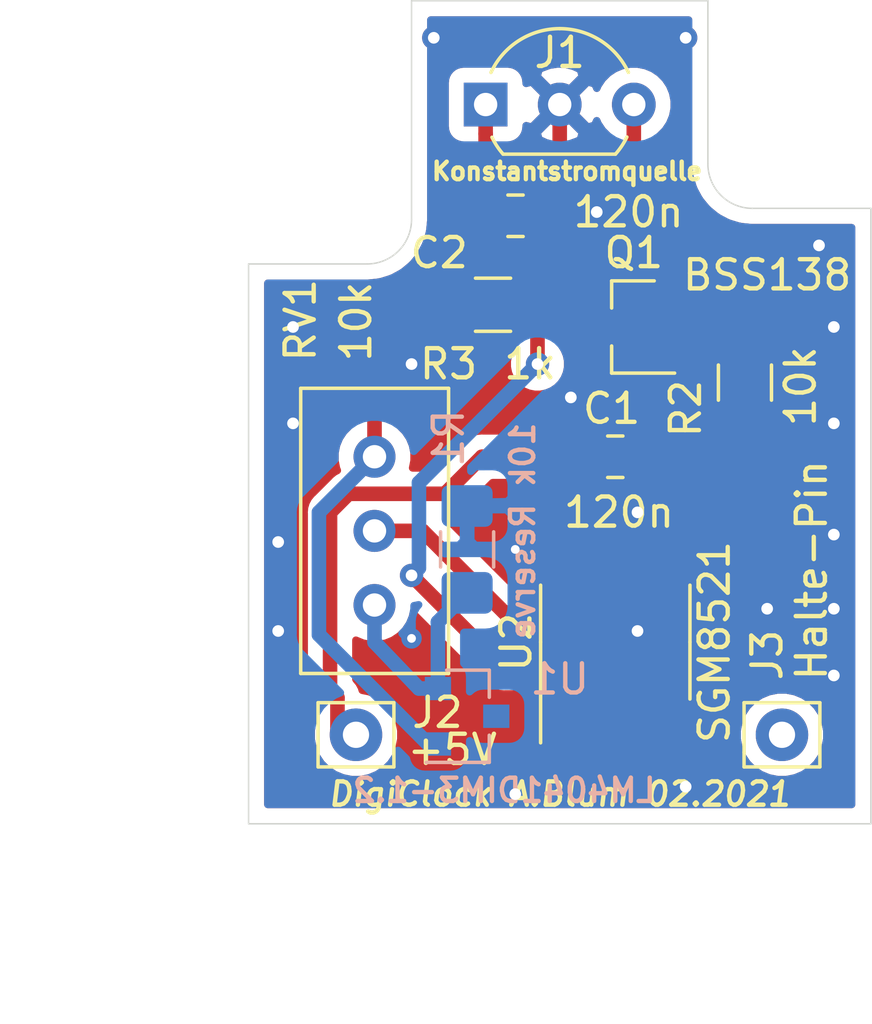
<source format=kicad_pcb>
(kicad_pcb (version 20171130) (host pcbnew "(5.1.5)-1")

  (general
    (thickness 1.6)
    (drawings 14)
    (tracks 115)
    (zones 0)
    (modules 12)
    (nets 14)
  )

  (page A4)
  (layers
    (0 F.Cu signal)
    (31 B.Cu signal hide)
    (32 B.Adhes user hide)
    (33 F.Adhes user)
    (34 B.Paste user hide)
    (35 F.Paste user)
    (36 B.SilkS user hide)
    (37 F.SilkS user)
    (38 B.Mask user hide)
    (39 F.Mask user)
    (40 Dwgs.User user)
    (41 Cmts.User user)
    (42 Eco1.User user)
    (43 Eco2.User user)
    (44 Edge.Cuts user)
    (45 Margin user)
    (46 B.CrtYd user)
    (47 F.CrtYd user)
    (48 B.Fab user)
    (49 F.Fab user)
  )

  (setup
    (last_trace_width 0.25)
    (user_trace_width 0.15)
    (user_trace_width 0.25)
    (user_trace_width 0.5)
    (user_trace_width 1)
    (user_trace_width 2)
    (user_trace_width 2.5)
    (trace_clearance 0.2)
    (zone_clearance 0.508)
    (zone_45_only no)
    (trace_min 0.127)
    (via_size 0.8)
    (via_drill 0.4)
    (via_min_size 0.4)
    (via_min_drill 0.3)
    (uvia_size 0.3)
    (uvia_drill 0.1)
    (uvias_allowed no)
    (uvia_min_size 0.2)
    (uvia_min_drill 0.1)
    (edge_width 0.05)
    (segment_width 0.2)
    (pcb_text_width 0.3)
    (pcb_text_size 1.5 1.5)
    (mod_edge_width 0.12)
    (mod_text_size 1 1)
    (mod_text_width 0.15)
    (pad_size 1.524 1.524)
    (pad_drill 0.762)
    (pad_to_mask_clearance 0.051)
    (solder_mask_min_width 0.25)
    (aux_axis_origin 0 0)
    (visible_elements 7FFFFFFF)
    (pcbplotparams
      (layerselection 0x010fc_ffffffff)
      (usegerberextensions false)
      (usegerberattributes false)
      (usegerberadvancedattributes false)
      (creategerberjobfile false)
      (excludeedgelayer true)
      (linewidth 0.100000)
      (plotframeref false)
      (viasonmask false)
      (mode 1)
      (useauxorigin false)
      (hpglpennumber 1)
      (hpglpenspeed 20)
      (hpglpendiameter 15.000000)
      (psnegative false)
      (psa4output false)
      (plotreference true)
      (plotvalue true)
      (plotinvisibletext false)
      (padsonsilk false)
      (subtractmaskfromsilk false)
      (outputformat 1)
      (mirror false)
      (drillshape 0)
      (scaleselection 1)
      (outputdirectory "Gerber/"))
  )

  (net 0 "")
  (net 1 +5V)
  (net 2 GNDA)
  (net 3 +3V3)
  (net 4 "Net-(J1-Pad3)")
  (net 5 "Net-(J3-Pad1)")
  (net 6 "Net-(Q1-Pad1)")
  (net 7 "Net-(Q1-Pad3)")
  (net 8 "Net-(R1-Pad1)")
  (net 9 "Net-(RV1-Pad2)")
  (net 10 "Net-(U1-Pad3)")
  (net 11 "Net-(U2-Pad1)")
  (net 12 "Net-(U2-Pad5)")
  (net 13 "Net-(U2-Pad8)")

  (net_class Default "Dies ist die voreingestellte Netzklasse."
    (clearance 0.2)
    (trace_width 0.25)
    (via_dia 0.8)
    (via_drill 0.4)
    (uvia_dia 0.3)
    (uvia_drill 0.1)
    (add_net +3V3)
    (add_net +5V)
    (add_net GNDA)
    (add_net "Net-(J1-Pad3)")
    (add_net "Net-(J3-Pad1)")
    (add_net "Net-(Q1-Pad1)")
    (add_net "Net-(Q1-Pad3)")
    (add_net "Net-(R1-Pad1)")
    (add_net "Net-(RV1-Pad2)")
    (add_net "Net-(U1-Pad3)")
    (add_net "Net-(U2-Pad1)")
    (add_net "Net-(U2-Pad5)")
    (add_net "Net-(U2-Pad8)")
  )

  (module Package_TO_SOT_SMD:SOT-23 (layer B.Cu) (tedit 5A02FF57) (tstamp 6015CA77)
    (at 125.095 80.645)
    (descr "SOT-23, Standard")
    (tags SOT-23)
    (path /5FEEC6BC)
    (attr smd)
    (fp_text reference U1 (at 3.175 -1.27) (layer B.SilkS)
      (effects (font (size 1 1) (thickness 0.15)) (justify mirror))
    )
    (fp_text value LM4041DIM3-1.2 (at 1.27 2.54) (layer B.SilkS)
      (effects (font (size 0.8 0.8) (thickness 0.15)) (justify mirror))
    )
    (fp_line (start 0.76 -1.58) (end -0.7 -1.58) (layer B.SilkS) (width 0.12))
    (fp_line (start 0.76 1.58) (end -1.4 1.58) (layer B.SilkS) (width 0.12))
    (fp_line (start -1.7 -1.75) (end -1.7 1.75) (layer B.CrtYd) (width 0.05))
    (fp_line (start 1.7 -1.75) (end -1.7 -1.75) (layer B.CrtYd) (width 0.05))
    (fp_line (start 1.7 1.75) (end 1.7 -1.75) (layer B.CrtYd) (width 0.05))
    (fp_line (start -1.7 1.75) (end 1.7 1.75) (layer B.CrtYd) (width 0.05))
    (fp_line (start 0.76 1.58) (end 0.76 0.65) (layer B.SilkS) (width 0.12))
    (fp_line (start 0.76 -1.58) (end 0.76 -0.65) (layer B.SilkS) (width 0.12))
    (fp_line (start -0.7 -1.52) (end 0.7 -1.52) (layer B.Fab) (width 0.1))
    (fp_line (start 0.7 1.52) (end 0.7 -1.52) (layer B.Fab) (width 0.1))
    (fp_line (start -0.7 0.95) (end -0.15 1.52) (layer B.Fab) (width 0.1))
    (fp_line (start -0.15 1.52) (end 0.7 1.52) (layer B.Fab) (width 0.1))
    (fp_line (start -0.7 0.95) (end -0.7 -1.5) (layer B.Fab) (width 0.1))
    (fp_text user %R (at 0 0 270) (layer B.Fab)
      (effects (font (size 0.5 0.5) (thickness 0.075)) (justify mirror))
    )
    (pad 3 smd rect (at 1 0) (size 0.9 0.8) (layers B.Cu B.Paste B.Mask)
      (net 10 "Net-(U1-Pad3)"))
    (pad 2 smd rect (at -1 -0.95) (size 0.9 0.8) (layers B.Cu B.Paste B.Mask)
      (net 8 "Net-(R1-Pad1)"))
    (pad 1 smd rect (at -1 0.95) (size 0.9 0.8) (layers B.Cu B.Paste B.Mask)
      (net 3 +3V3))
    (model ${KISYS3DMOD}/Package_TO_SOT_SMD.3dshapes/SOT-23.wrl
      (at (xyz 0 0 0))
      (scale (xyz 1 1 1))
      (rotate (xyz 0 0 0))
    )
  )

  (module Resistor_SMD:R_1206_3216Metric_Pad1.42x1.75mm_HandSolder (layer F.Cu) (tedit 5B301BBD) (tstamp 6015CA4E)
    (at 125.984 66.548)
    (descr "Resistor SMD 1206 (3216 Metric), square (rectangular) end terminal, IPC_7351 nominal with elongated pad for handsoldering. (Body size source: http://www.tortai-tech.com/upload/download/2011102023233369053.pdf), generated with kicad-footprint-generator")
    (tags "resistor handsolder")
    (path /5FEEA8BC)
    (attr smd)
    (fp_text reference R3 (at -1.524 2.032) (layer F.SilkS)
      (effects (font (size 1 1) (thickness 0.15)))
    )
    (fp_text value 1k (at 1.27 2.032) (layer F.SilkS)
      (effects (font (size 1 1) (thickness 0.15)))
    )
    (fp_text user %R (at 0 0) (layer F.Fab)
      (effects (font (size 0.8 0.8) (thickness 0.12)))
    )
    (fp_line (start 2.45 1.12) (end -2.45 1.12) (layer F.CrtYd) (width 0.05))
    (fp_line (start 2.45 -1.12) (end 2.45 1.12) (layer F.CrtYd) (width 0.05))
    (fp_line (start -2.45 -1.12) (end 2.45 -1.12) (layer F.CrtYd) (width 0.05))
    (fp_line (start -2.45 1.12) (end -2.45 -1.12) (layer F.CrtYd) (width 0.05))
    (fp_line (start -0.602064 0.91) (end 0.602064 0.91) (layer F.SilkS) (width 0.12))
    (fp_line (start -0.602064 -0.91) (end 0.602064 -0.91) (layer F.SilkS) (width 0.12))
    (fp_line (start 1.6 0.8) (end -1.6 0.8) (layer F.Fab) (width 0.1))
    (fp_line (start 1.6 -0.8) (end 1.6 0.8) (layer F.Fab) (width 0.1))
    (fp_line (start -1.6 -0.8) (end 1.6 -0.8) (layer F.Fab) (width 0.1))
    (fp_line (start -1.6 0.8) (end -1.6 -0.8) (layer F.Fab) (width 0.1))
    (pad 2 smd roundrect (at 1.4875 0) (size 1.425 1.75) (layers F.Cu F.Paste F.Mask) (roundrect_rratio 0.175439)
      (net 7 "Net-(Q1-Pad3)"))
    (pad 1 smd roundrect (at -1.4875 0) (size 1.425 1.75) (layers F.Cu F.Paste F.Mask) (roundrect_rratio 0.175439)
      (net 3 +3V3))
    (model ${KISYS3DMOD}/Resistor_SMD.3dshapes/R_1206_3216Metric.wrl
      (at (xyz 0 0 0))
      (scale (xyz 1 1 1))
      (rotate (xyz 0 0 0))
    )
  )

  (module Capacitor_SMD:C_0805_2012Metric_Pad1.15x1.40mm_HandSolder (layer F.Cu) (tedit 5B36C52B) (tstamp 6015C9BB)
    (at 130.175 71.755)
    (descr "Capacitor SMD 0805 (2012 Metric), square (rectangular) end terminal, IPC_7351 nominal with elongated pad for handsoldering. (Body size source: https://docs.google.com/spreadsheets/d/1BsfQQcO9C6DZCsRaXUlFlo91Tg2WpOkGARC1WS5S8t0/edit?usp=sharing), generated with kicad-footprint-generator")
    (tags "capacitor handsolder")
    (path /5FEE99A1)
    (attr smd)
    (fp_text reference C1 (at -0.127 -1.651 180) (layer F.SilkS)
      (effects (font (size 1 1) (thickness 0.15)))
    )
    (fp_text value 120n (at 0.127 1.905) (layer F.SilkS)
      (effects (font (size 1 1) (thickness 0.15)))
    )
    (fp_line (start -1 0.6) (end -1 -0.6) (layer F.Fab) (width 0.1))
    (fp_line (start -1 -0.6) (end 1 -0.6) (layer F.Fab) (width 0.1))
    (fp_line (start 1 -0.6) (end 1 0.6) (layer F.Fab) (width 0.1))
    (fp_line (start 1 0.6) (end -1 0.6) (layer F.Fab) (width 0.1))
    (fp_line (start -0.261252 -0.71) (end 0.261252 -0.71) (layer F.SilkS) (width 0.12))
    (fp_line (start -0.261252 0.71) (end 0.261252 0.71) (layer F.SilkS) (width 0.12))
    (fp_line (start -1.85 0.95) (end -1.85 -0.95) (layer F.CrtYd) (width 0.05))
    (fp_line (start -1.85 -0.95) (end 1.85 -0.95) (layer F.CrtYd) (width 0.05))
    (fp_line (start 1.85 -0.95) (end 1.85 0.95) (layer F.CrtYd) (width 0.05))
    (fp_line (start 1.85 0.95) (end -1.85 0.95) (layer F.CrtYd) (width 0.05))
    (fp_text user %R (at 0 0) (layer F.Fab)
      (effects (font (size 0.5 0.5) (thickness 0.08)))
    )
    (pad 1 smd roundrect (at -1.025 0) (size 1.15 1.4) (layers F.Cu F.Paste F.Mask) (roundrect_rratio 0.217391)
      (net 1 +5V))
    (pad 2 smd roundrect (at 1.025 0) (size 1.15 1.4) (layers F.Cu F.Paste F.Mask) (roundrect_rratio 0.217391)
      (net 2 GNDA))
    (model ${KISYS3DMOD}/Capacitor_SMD.3dshapes/C_0805_2012Metric.wrl
      (at (xyz 0 0 0))
      (scale (xyz 1 1 1))
      (rotate (xyz 0 0 0))
    )
  )

  (module Capacitor_SMD:C_0805_2012Metric_Pad1.15x1.40mm_HandSolder (layer F.Cu) (tedit 5B36C52B) (tstamp 6015C9CC)
    (at 126.755 63.5)
    (descr "Capacitor SMD 0805 (2012 Metric), square (rectangular) end terminal, IPC_7351 nominal with elongated pad for handsoldering. (Body size source: https://docs.google.com/spreadsheets/d/1BsfQQcO9C6DZCsRaXUlFlo91Tg2WpOkGARC1WS5S8t0/edit?usp=sharing), generated with kicad-footprint-generator")
    (tags "capacitor handsolder")
    (path /5FEEA1ED)
    (attr smd)
    (fp_text reference C2 (at -3.692 1.27) (layer F.SilkS)
      (effects (font (size 1 1) (thickness 0.15)) (justify left))
    )
    (fp_text value 120n (at 1.896 -0.127) (layer F.SilkS)
      (effects (font (size 1 1) (thickness 0.15)) (justify left))
    )
    (fp_text user %R (at 0 0) (layer F.Fab)
      (effects (font (size 0.5 0.5) (thickness 0.08)))
    )
    (fp_line (start 1.85 0.95) (end -1.85 0.95) (layer F.CrtYd) (width 0.05))
    (fp_line (start 1.85 -0.95) (end 1.85 0.95) (layer F.CrtYd) (width 0.05))
    (fp_line (start -1.85 -0.95) (end 1.85 -0.95) (layer F.CrtYd) (width 0.05))
    (fp_line (start -1.85 0.95) (end -1.85 -0.95) (layer F.CrtYd) (width 0.05))
    (fp_line (start -0.261252 0.71) (end 0.261252 0.71) (layer F.SilkS) (width 0.12))
    (fp_line (start -0.261252 -0.71) (end 0.261252 -0.71) (layer F.SilkS) (width 0.12))
    (fp_line (start 1 0.6) (end -1 0.6) (layer F.Fab) (width 0.1))
    (fp_line (start 1 -0.6) (end 1 0.6) (layer F.Fab) (width 0.1))
    (fp_line (start -1 -0.6) (end 1 -0.6) (layer F.Fab) (width 0.1))
    (fp_line (start -1 0.6) (end -1 -0.6) (layer F.Fab) (width 0.1))
    (pad 2 smd roundrect (at 1.025 0) (size 1.15 1.4) (layers F.Cu F.Paste F.Mask) (roundrect_rratio 0.217391)
      (net 2 GNDA))
    (pad 1 smd roundrect (at -1.025 0) (size 1.15 1.4) (layers F.Cu F.Paste F.Mask) (roundrect_rratio 0.217391)
      (net 3 +3V3))
    (model ${KISYS3DMOD}/Capacitor_SMD.3dshapes/C_0805_2012Metric.wrl
      (at (xyz 0 0 0))
      (scale (xyz 1 1 1))
      (rotate (xyz 0 0 0))
    )
  )

  (module Package_TO_SOT_THT:TO-92L_Inline_Wide (layer F.Cu) (tedit 5A11996A) (tstamp 6015C9E0)
    (at 125.73 59.69)
    (descr "TO-92L leads in-line (large body variant of TO-92), also known as TO-226, wide, drill 0.75mm (see https://www.diodes.com/assets/Package-Files/TO92L.pdf and http://www.ti.com/lit/an/snoa059/snoa059.pdf)")
    (tags "TO-92L Inline Wide transistor")
    (path /5FF9E809)
    (fp_text reference J1 (at 2.54 -1.778) (layer F.SilkS)
      (effects (font (size 1 1) (thickness 0.15)))
    )
    (fp_text value Konstantstromquelle (at 2.794 2.286) (layer F.SilkS)
      (effects (font (size 0.6 0.6) (thickness 0.15)))
    )
    (fp_text user %R (at 2.54 -1.778) (layer F.Fab)
      (effects (font (size 1 1) (thickness 0.15)))
    )
    (fp_line (start 0.6 1.7) (end 4.45 1.7) (layer F.SilkS) (width 0.12))
    (fp_line (start 0.65 1.6) (end 4.4 1.6) (layer F.Fab) (width 0.1))
    (fp_line (start -1 -2.75) (end 6.1 -2.75) (layer F.CrtYd) (width 0.05))
    (fp_line (start -1 -2.75) (end -1 1.85) (layer F.CrtYd) (width 0.05))
    (fp_line (start 6.1 1.85) (end 6.1 -2.75) (layer F.CrtYd) (width 0.05))
    (fp_line (start 6.1 1.85) (end -1 1.85) (layer F.CrtYd) (width 0.05))
    (fp_arc (start 2.54 0) (end 0.6 1.7) (angle 15.44288892) (layer F.SilkS) (width 0.12))
    (fp_arc (start 2.54 0) (end 2.54 -2.6) (angle -65) (layer F.SilkS) (width 0.12))
    (fp_arc (start 2.54 0) (end 2.54 -2.6) (angle 65) (layer F.SilkS) (width 0.12))
    (fp_arc (start 2.54 0) (end 2.54 -2.48) (angle 129.9527847) (layer F.Fab) (width 0.1))
    (fp_arc (start 2.54 0) (end 2.54 -2.48) (angle -130.2499344) (layer F.Fab) (width 0.1))
    (fp_arc (start 2.54 0) (end 4.45 1.7) (angle -15.88591585) (layer F.SilkS) (width 0.12))
    (pad 2 thru_hole circle (at 2.54 0 90) (size 1.5 1.5) (drill 0.8) (layers *.Cu *.Mask)
      (net 2 GNDA))
    (pad 3 thru_hole circle (at 5.08 0 90) (size 1.5 1.5) (drill 0.8) (layers *.Cu *.Mask)
      (net 4 "Net-(J1-Pad3)"))
    (pad 1 thru_hole rect (at 0 0 90) (size 1.5 1.5) (drill 0.8) (layers *.Cu *.Mask)
      (net 3 +3V3))
    (model ${KISYS3DMOD}/Package_TO_SOT_THT.3dshapes/TO-92L_Inline_Wide.wrl
      (at (xyz 0 0 0))
      (scale (xyz 1 1 1))
      (rotate (xyz 0 0 0))
    )
  )

  (module Connector_Pin:Pin_D0.9mm_L10.0mm_W2.4mm_FlatFork (layer F.Cu) (tedit 5A1DC084) (tstamp 605FAB9E)
    (at 121.285 81.28)
    (descr "solder Pin_ with flat fork, hole diameter 0.9mm, length 10.0mm, width 2.4mm")
    (tags "solder Pin_ with flat fork")
    (path /600760B3)
    (fp_text reference J2 (at 2.794 -0.762) (layer F.SilkS)
      (effects (font (size 1 1) (thickness 0.15)))
    )
    (fp_text value +5V (at 3.302 0.508) (layer F.SilkS)
      (effects (font (size 1 1) (thickness 0.15)))
    )
    (fp_line (start 1.7 1.4) (end -1.7 1.4) (layer F.CrtYd) (width 0.05))
    (fp_line (start 1.7 1.4) (end 1.7 -1.4) (layer F.CrtYd) (width 0.05))
    (fp_line (start -1.7 -1.4) (end -1.7 1.4) (layer F.CrtYd) (width 0.05))
    (fp_line (start -1.7 -1.4) (end 1.7 -1.4) (layer F.CrtYd) (width 0.05))
    (fp_line (start 1.2 -0.25) (end -1.2 -0.25) (layer F.Fab) (width 0.12))
    (fp_line (start 1.2 0.25) (end 1.2 -0.25) (layer F.Fab) (width 0.12))
    (fp_line (start -1.2 0.25) (end 1.2 0.25) (layer F.Fab) (width 0.12))
    (fp_line (start -1.2 -0.25) (end -1.2 0.25) (layer F.Fab) (width 0.12))
    (fp_line (start 1.3 -1.1) (end -1.3 -1.1) (layer F.SilkS) (width 0.12))
    (fp_line (start 1.3 1.1) (end 1.3 -1.1) (layer F.SilkS) (width 0.12))
    (fp_line (start -1.3 1.1) (end 1.3 1.1) (layer F.SilkS) (width 0.12))
    (fp_line (start -1.3 0.6) (end -1.3 1.1) (layer F.SilkS) (width 0.12))
    (fp_line (start -1.3 -1.1) (end -1.3 0.6) (layer F.SilkS) (width 0.12))
    (fp_text user %R (at 2.794 -0.762) (layer F.Fab)
      (effects (font (size 1 1) (thickness 0.15)))
    )
    (pad 1 thru_hole circle (at 0 0) (size 1.8 1.8) (drill 0.9) (layers *.Cu *.Mask)
      (net 1 +5V))
    (model ${KISYS3DMOD}/Connector_Pin.3dshapes/Pin_D0.9mm_L10.0mm_W2.4mm_FlatFork.wrl
      (at (xyz 0 0 0))
      (scale (xyz 1 1 1))
      (rotate (xyz 0 0 0))
    )
  )

  (module Connector_Pin:Pin_D0.9mm_L10.0mm_W2.4mm_FlatFork (layer F.Cu) (tedit 5A1DC084) (tstamp 6015CA06)
    (at 135.89 81.28)
    (descr "solder Pin_ with flat fork, hole diameter 0.9mm, length 10.0mm, width 2.4mm")
    (tags "solder Pin_ with flat fork")
    (path /60075C6C)
    (fp_text reference J3 (at -0.508 -1.778 90) (layer F.SilkS)
      (effects (font (size 1 1) (thickness 0.15)) (justify left))
    )
    (fp_text value Halte-Pin (at 1.016 -1.778 90) (layer F.SilkS)
      (effects (font (size 1 1) (thickness 0.15)) (justify left))
    )
    (fp_text user %R (at -0.508 -1.778 90) (layer F.Fab)
      (effects (font (size 1 1) (thickness 0.15)) (justify left))
    )
    (fp_line (start -1.3 -1.1) (end -1.3 0.6) (layer F.SilkS) (width 0.12))
    (fp_line (start -1.3 0.6) (end -1.3 1.1) (layer F.SilkS) (width 0.12))
    (fp_line (start -1.3 1.1) (end 1.3 1.1) (layer F.SilkS) (width 0.12))
    (fp_line (start 1.3 1.1) (end 1.3 -1.1) (layer F.SilkS) (width 0.12))
    (fp_line (start 1.3 -1.1) (end -1.3 -1.1) (layer F.SilkS) (width 0.12))
    (fp_line (start -1.2 -0.25) (end -1.2 0.25) (layer F.Fab) (width 0.12))
    (fp_line (start -1.2 0.25) (end 1.2 0.25) (layer F.Fab) (width 0.12))
    (fp_line (start 1.2 0.25) (end 1.2 -0.25) (layer F.Fab) (width 0.12))
    (fp_line (start 1.2 -0.25) (end -1.2 -0.25) (layer F.Fab) (width 0.12))
    (fp_line (start -1.7 -1.4) (end 1.7 -1.4) (layer F.CrtYd) (width 0.05))
    (fp_line (start -1.7 -1.4) (end -1.7 1.4) (layer F.CrtYd) (width 0.05))
    (fp_line (start 1.7 1.4) (end 1.7 -1.4) (layer F.CrtYd) (width 0.05))
    (fp_line (start 1.7 1.4) (end -1.7 1.4) (layer F.CrtYd) (width 0.05))
    (pad 1 thru_hole circle (at 0 0) (size 1.8 1.8) (drill 0.9) (layers *.Cu *.Mask)
      (net 5 "Net-(J3-Pad1)"))
    (model ${KISYS3DMOD}/Connector_Pin.3dshapes/Pin_D0.9mm_L10.0mm_W2.4mm_FlatFork.wrl
      (at (xyz 0 0 0))
      (scale (xyz 1 1 1))
      (rotate (xyz 0 0 0))
    )
  )

  (module Package_TO_SOT_SMD:SOT-23 (layer F.Cu) (tedit 5A02FF57) (tstamp 6015CA1B)
    (at 130.81 67.31 180)
    (descr "SOT-23, Standard")
    (tags SOT-23)
    (path /600B5CA9)
    (attr smd)
    (fp_text reference Q1 (at 0 2.54) (layer F.SilkS)
      (effects (font (size 1 1) (thickness 0.15)))
    )
    (fp_text value BSS138 (at -4.572 1.778) (layer F.SilkS)
      (effects (font (size 1 1) (thickness 0.15)))
    )
    (fp_text user %R (at 0 0 90) (layer F.Fab)
      (effects (font (size 0.5 0.5) (thickness 0.075)))
    )
    (fp_line (start -0.7 -0.95) (end -0.7 1.5) (layer F.Fab) (width 0.1))
    (fp_line (start -0.15 -1.52) (end 0.7 -1.52) (layer F.Fab) (width 0.1))
    (fp_line (start -0.7 -0.95) (end -0.15 -1.52) (layer F.Fab) (width 0.1))
    (fp_line (start 0.7 -1.52) (end 0.7 1.52) (layer F.Fab) (width 0.1))
    (fp_line (start -0.7 1.52) (end 0.7 1.52) (layer F.Fab) (width 0.1))
    (fp_line (start 0.76 1.58) (end 0.76 0.65) (layer F.SilkS) (width 0.12))
    (fp_line (start 0.76 -1.58) (end 0.76 -0.65) (layer F.SilkS) (width 0.12))
    (fp_line (start -1.7 -1.75) (end 1.7 -1.75) (layer F.CrtYd) (width 0.05))
    (fp_line (start 1.7 -1.75) (end 1.7 1.75) (layer F.CrtYd) (width 0.05))
    (fp_line (start 1.7 1.75) (end -1.7 1.75) (layer F.CrtYd) (width 0.05))
    (fp_line (start -1.7 1.75) (end -1.7 -1.75) (layer F.CrtYd) (width 0.05))
    (fp_line (start 0.76 -1.58) (end -1.4 -1.58) (layer F.SilkS) (width 0.12))
    (fp_line (start 0.76 1.58) (end -0.7 1.58) (layer F.SilkS) (width 0.12))
    (pad 1 smd rect (at -1 -0.95 180) (size 0.9 0.8) (layers F.Cu F.Paste F.Mask)
      (net 6 "Net-(Q1-Pad1)"))
    (pad 2 smd rect (at -1 0.95 180) (size 0.9 0.8) (layers F.Cu F.Paste F.Mask)
      (net 4 "Net-(J1-Pad3)"))
    (pad 3 smd rect (at 1 0 180) (size 0.9 0.8) (layers F.Cu F.Paste F.Mask)
      (net 7 "Net-(Q1-Pad3)"))
    (model ${KISYS3DMOD}/Package_TO_SOT_SMD.3dshapes/SOT-23.wrl
      (at (xyz 0 0 0))
      (scale (xyz 1 1 1))
      (rotate (xyz 0 0 0))
    )
  )

  (module Resistor_SMD:R_1206_3216Metric_Pad1.42x1.75mm_HandSolder (layer B.Cu) (tedit 5B301BBD) (tstamp 6015CA2C)
    (at 125.095 74.93 90)
    (descr "Resistor SMD 1206 (3216 Metric), square (rectangular) end terminal, IPC_7351 nominal with elongated pad for handsoldering. (Body size source: http://www.tortai-tech.com/upload/download/2011102023233369053.pdf), generated with kicad-footprint-generator")
    (tags "resistor handsolder")
    (path /5FEEAF45)
    (attr smd)
    (fp_text reference R1 (at 3.81 -0.635 270) (layer B.SilkS)
      (effects (font (size 1 1) (thickness 0.15)) (justify mirror))
    )
    (fp_text value "10k Reserve" (at 0.635 1.905 270) (layer B.SilkS)
      (effects (font (size 0.8 0.8) (thickness 0.15)) (justify mirror))
    )
    (fp_text user %R (at 0 0 270) (layer B.Fab)
      (effects (font (size 0.8 0.8) (thickness 0.12)) (justify mirror))
    )
    (fp_line (start 2.45 -1.12) (end -2.45 -1.12) (layer B.CrtYd) (width 0.05))
    (fp_line (start 2.45 1.12) (end 2.45 -1.12) (layer B.CrtYd) (width 0.05))
    (fp_line (start -2.45 1.12) (end 2.45 1.12) (layer B.CrtYd) (width 0.05))
    (fp_line (start -2.45 -1.12) (end -2.45 1.12) (layer B.CrtYd) (width 0.05))
    (fp_line (start -0.602064 -0.91) (end 0.602064 -0.91) (layer B.SilkS) (width 0.12))
    (fp_line (start -0.602064 0.91) (end 0.602064 0.91) (layer B.SilkS) (width 0.12))
    (fp_line (start 1.6 -0.8) (end -1.6 -0.8) (layer B.Fab) (width 0.1))
    (fp_line (start 1.6 0.8) (end 1.6 -0.8) (layer B.Fab) (width 0.1))
    (fp_line (start -1.6 0.8) (end 1.6 0.8) (layer B.Fab) (width 0.1))
    (fp_line (start -1.6 -0.8) (end -1.6 0.8) (layer B.Fab) (width 0.1))
    (pad 2 smd roundrect (at 1.4875 0 90) (size 1.425 1.75) (layers B.Cu B.Paste B.Mask) (roundrect_rratio 0.175439)
      (net 2 GNDA))
    (pad 1 smd roundrect (at -1.4875 0 90) (size 1.425 1.75) (layers B.Cu B.Paste B.Mask) (roundrect_rratio 0.175439)
      (net 8 "Net-(R1-Pad1)"))
    (model ${KISYS3DMOD}/Resistor_SMD.3dshapes/R_1206_3216Metric.wrl
      (at (xyz 0 0 0))
      (scale (xyz 1 1 1))
      (rotate (xyz 0 0 0))
    )
  )

  (module Resistor_SMD:R_1206_3216Metric_Pad1.42x1.75mm_HandSolder (layer F.Cu) (tedit 5B301BBD) (tstamp 6015CA3D)
    (at 134.62 69.215 90)
    (descr "Resistor SMD 1206 (3216 Metric), square (rectangular) end terminal, IPC_7351 nominal with elongated pad for handsoldering. (Body size source: http://www.tortai-tech.com/upload/download/2011102023233369053.pdf), generated with kicad-footprint-generator")
    (tags "resistor handsolder")
    (path /5FEE4DDD)
    (attr smd)
    (fp_text reference R2 (at -0.889 -2.032 90) (layer F.SilkS)
      (effects (font (size 1 1) (thickness 0.15)))
    )
    (fp_text value 10k (at -0.127 1.905 90) (layer F.SilkS)
      (effects (font (size 1 1) (thickness 0.15)))
    )
    (fp_line (start -1.6 0.8) (end -1.6 -0.8) (layer F.Fab) (width 0.1))
    (fp_line (start -1.6 -0.8) (end 1.6 -0.8) (layer F.Fab) (width 0.1))
    (fp_line (start 1.6 -0.8) (end 1.6 0.8) (layer F.Fab) (width 0.1))
    (fp_line (start 1.6 0.8) (end -1.6 0.8) (layer F.Fab) (width 0.1))
    (fp_line (start -0.602064 -0.91) (end 0.602064 -0.91) (layer F.SilkS) (width 0.12))
    (fp_line (start -0.602064 0.91) (end 0.602064 0.91) (layer F.SilkS) (width 0.12))
    (fp_line (start -2.45 1.12) (end -2.45 -1.12) (layer F.CrtYd) (width 0.05))
    (fp_line (start -2.45 -1.12) (end 2.45 -1.12) (layer F.CrtYd) (width 0.05))
    (fp_line (start 2.45 -1.12) (end 2.45 1.12) (layer F.CrtYd) (width 0.05))
    (fp_line (start 2.45 1.12) (end -2.45 1.12) (layer F.CrtYd) (width 0.05))
    (fp_text user %R (at 0 0 90) (layer F.Fab)
      (effects (font (size 0.8 0.8) (thickness 0.12)))
    )
    (pad 1 smd roundrect (at -1.4875 0 90) (size 1.425 1.75) (layers F.Cu F.Paste F.Mask) (roundrect_rratio 0.175439)
      (net 2 GNDA))
    (pad 2 smd roundrect (at 1.4875 0 90) (size 1.425 1.75) (layers F.Cu F.Paste F.Mask) (roundrect_rratio 0.175439)
      (net 6 "Net-(Q1-Pad1)"))
    (model ${KISYS3DMOD}/Resistor_SMD.3dshapes/R_1206_3216Metric.wrl
      (at (xyz 0 0 0))
      (scale (xyz 1 1 1))
      (rotate (xyz 0 0 0))
    )
  )

  (module Potentiometer_THT:Potentiometer_Bourns_3296W_Vertical (layer F.Cu) (tedit 5A3D4994) (tstamp 6015CA65)
    (at 121.92 71.755 90)
    (descr "Potentiometer, vertical, Bourns 3296W, https://www.bourns.com/pdfs/3296.pdf")
    (tags "Potentiometer vertical Bourns 3296W")
    (path /5FEEBC3A)
    (fp_text reference RV1 (at 3.175 -2.54 90) (layer F.SilkS)
      (effects (font (size 1 1) (thickness 0.15)) (justify left))
    )
    (fp_text value 10k (at 3.175 -0.635 90) (layer F.SilkS)
      (effects (font (size 1 1) (thickness 0.15)) (justify left))
    )
    (fp_circle (center 0.955 1.15) (end 2.05 1.15) (layer F.Fab) (width 0.1))
    (fp_line (start -7.305 -2.41) (end -7.305 2.42) (layer F.Fab) (width 0.1))
    (fp_line (start -7.305 2.42) (end 2.225 2.42) (layer F.Fab) (width 0.1))
    (fp_line (start 2.225 2.42) (end 2.225 -2.41) (layer F.Fab) (width 0.1))
    (fp_line (start 2.225 -2.41) (end -7.305 -2.41) (layer F.Fab) (width 0.1))
    (fp_line (start 0.955 2.235) (end 0.956 0.066) (layer F.Fab) (width 0.1))
    (fp_line (start 0.955 2.235) (end 0.956 0.066) (layer F.Fab) (width 0.1))
    (fp_line (start -7.425 -2.53) (end 2.345 -2.53) (layer F.SilkS) (width 0.12))
    (fp_line (start -7.425 2.54) (end 2.345 2.54) (layer F.SilkS) (width 0.12))
    (fp_line (start -7.425 -2.53) (end -7.425 2.54) (layer F.SilkS) (width 0.12))
    (fp_line (start 2.345 -2.53) (end 2.345 2.54) (layer F.SilkS) (width 0.12))
    (fp_line (start -7.6 -2.7) (end -7.6 2.7) (layer F.CrtYd) (width 0.05))
    (fp_line (start -7.6 2.7) (end 2.5 2.7) (layer F.CrtYd) (width 0.05))
    (fp_line (start 2.5 2.7) (end 2.5 -2.7) (layer F.CrtYd) (width 0.05))
    (fp_line (start 2.5 -2.7) (end -7.6 -2.7) (layer F.CrtYd) (width 0.05))
    (fp_text user %R (at -3.175 0.005 90) (layer F.Fab)
      (effects (font (size 1 1) (thickness 0.15)))
    )
    (pad 1 thru_hole circle (at 0 0 90) (size 1.44 1.44) (drill 0.8) (layers *.Cu *.Mask)
      (net 3 +3V3))
    (pad 2 thru_hole circle (at -2.54 0 90) (size 1.44 1.44) (drill 0.8) (layers *.Cu *.Mask)
      (net 9 "Net-(RV1-Pad2)"))
    (pad 3 thru_hole circle (at -5.08 0 90) (size 1.44 1.44) (drill 0.8) (layers *.Cu *.Mask)
      (net 8 "Net-(R1-Pad1)"))
    (model ${KISYS3DMOD}/Potentiometer_THT.3dshapes/Potentiometer_Bourns_3296W_Vertical.wrl
      (at (xyz 0 0 0))
      (scale (xyz 1 1 1))
      (rotate (xyz 0 0 0))
    )
  )

  (module Package_SO:SO-8_3.9x4.9mm_P1.27mm (layer F.Cu) (tedit 5D9F72B1) (tstamp 6015CA91)
    (at 130.175 78.105 90)
    (descr "SO, 8 Pin (https://www.nxp.com/docs/en/data-sheet/PCF8523.pdf), generated with kicad-footprint-generator ipc_gullwing_generator.py")
    (tags "SO SO")
    (path /5FEBB387)
    (attr smd)
    (fp_text reference U2 (at 0 -3.4 90) (layer F.SilkS)
      (effects (font (size 1 1) (thickness 0.15)))
    )
    (fp_text value SGM8521 (at 0 3.4 90) (layer F.SilkS)
      (effects (font (size 1 1) (thickness 0.15)))
    )
    (fp_text user %R (at 0 0 90) (layer F.Fab)
      (effects (font (size 0.98 0.98) (thickness 0.15)))
    )
    (fp_line (start 3.7 -2.7) (end -3.7 -2.7) (layer F.CrtYd) (width 0.05))
    (fp_line (start 3.7 2.7) (end 3.7 -2.7) (layer F.CrtYd) (width 0.05))
    (fp_line (start -3.7 2.7) (end 3.7 2.7) (layer F.CrtYd) (width 0.05))
    (fp_line (start -3.7 -2.7) (end -3.7 2.7) (layer F.CrtYd) (width 0.05))
    (fp_line (start -1.95 -1.475) (end -0.975 -2.45) (layer F.Fab) (width 0.1))
    (fp_line (start -1.95 2.45) (end -1.95 -1.475) (layer F.Fab) (width 0.1))
    (fp_line (start 1.95 2.45) (end -1.95 2.45) (layer F.Fab) (width 0.1))
    (fp_line (start 1.95 -2.45) (end 1.95 2.45) (layer F.Fab) (width 0.1))
    (fp_line (start -0.975 -2.45) (end 1.95 -2.45) (layer F.Fab) (width 0.1))
    (fp_line (start 0 -2.56) (end -3.45 -2.56) (layer F.SilkS) (width 0.12))
    (fp_line (start 0 -2.56) (end 1.95 -2.56) (layer F.SilkS) (width 0.12))
    (fp_line (start 0 2.56) (end -1.95 2.56) (layer F.SilkS) (width 0.12))
    (fp_line (start 0 2.56) (end 1.95 2.56) (layer F.SilkS) (width 0.12))
    (pad 8 smd roundrect (at 2.575 -1.905 90) (size 1.75 0.6) (layers F.Cu F.Paste F.Mask) (roundrect_rratio 0.25)
      (net 13 "Net-(U2-Pad8)"))
    (pad 7 smd roundrect (at 2.575 -0.635 90) (size 1.75 0.6) (layers F.Cu F.Paste F.Mask) (roundrect_rratio 0.25)
      (net 1 +5V))
    (pad 6 smd roundrect (at 2.575 0.635 90) (size 1.75 0.6) (layers F.Cu F.Paste F.Mask) (roundrect_rratio 0.25)
      (net 6 "Net-(Q1-Pad1)"))
    (pad 5 smd roundrect (at 2.575 1.905 90) (size 1.75 0.6) (layers F.Cu F.Paste F.Mask) (roundrect_rratio 0.25)
      (net 12 "Net-(U2-Pad5)"))
    (pad 4 smd roundrect (at -2.575 1.905 90) (size 1.75 0.6) (layers F.Cu F.Paste F.Mask) (roundrect_rratio 0.25)
      (net 2 GNDA))
    (pad 3 smd roundrect (at -2.575 0.635 90) (size 1.75 0.6) (layers F.Cu F.Paste F.Mask) (roundrect_rratio 0.25)
      (net 9 "Net-(RV1-Pad2)"))
    (pad 2 smd roundrect (at -2.575 -0.635 90) (size 1.75 0.6) (layers F.Cu F.Paste F.Mask) (roundrect_rratio 0.25)
      (net 7 "Net-(Q1-Pad3)"))
    (pad 1 smd roundrect (at -2.575 -1.905 90) (size 1.75 0.6) (layers F.Cu F.Paste F.Mask) (roundrect_rratio 0.25)
      (net 11 "Net-(U2-Pad1)"))
    (model ${KISYS3DMOD}/Package_SO.3dshapes/SO-8_3.9x4.9mm_P1.27mm.wrl
      (at (xyz 0 0 0))
      (scale (xyz 1 1 1))
      (rotate (xyz 0 0 0))
    )
  )

  (dimension 21.336 (width 0.12) (layer Dwgs.User)
    (gr_text "21,336 mm" (at 128.27 91.821) (layer Dwgs.User)
      (effects (font (size 1 1) (thickness 0.15)))
    )
    (feature1 (pts (xy 138.938 84.328) (xy 138.938 91.137421)))
    (feature2 (pts (xy 117.602 84.328) (xy 117.602 91.137421)))
    (crossbar (pts (xy 117.602 90.551) (xy 138.938 90.551)))
    (arrow1a (pts (xy 138.938 90.551) (xy 137.811496 91.137421)))
    (arrow1b (pts (xy 138.938 90.551) (xy 137.811496 89.964579)))
    (arrow2a (pts (xy 117.602 90.551) (xy 118.728504 91.137421)))
    (arrow2b (pts (xy 117.602 90.551) (xy 118.728504 89.964579)))
  )
  (dimension 6.985 (width 0.12) (layer Dwgs.User) (tstamp 605FABEC)
    (gr_text "6,985 mm" (at 124.7775 88.138) (layer Dwgs.User) (tstamp 605FABEC)
      (effects (font (size 1 1) (thickness 0.15)))
    )
    (feature1 (pts (xy 121.285 84.328) (xy 121.285 87.454421)))
    (feature2 (pts (xy 128.27 84.328) (xy 128.27 87.454421)))
    (crossbar (pts (xy 128.27 86.868) (xy 121.285 86.868)))
    (arrow1a (pts (xy 121.285 86.868) (xy 122.411504 86.281579)))
    (arrow1b (pts (xy 121.285 86.868) (xy 122.411504 87.454421)))
    (arrow2a (pts (xy 128.27 86.868) (xy 127.143496 86.281579)))
    (arrow2b (pts (xy 128.27 86.868) (xy 127.143496 87.454421)))
  )
  (dimension 21.59 (width 0.12) (layer Dwgs.User)
    (gr_text "21,590 mm" (at 112.776 70.485 270) (layer Dwgs.User)
      (effects (font (size 1 1) (thickness 0.15)))
    )
    (feature1 (pts (xy 120.65 81.28) (xy 113.459579 81.28)))
    (feature2 (pts (xy 120.65 59.69) (xy 113.459579 59.69)))
    (crossbar (pts (xy 114.046 59.69) (xy 114.046 81.28)))
    (arrow1a (pts (xy 114.046 81.28) (xy 113.459579 80.153496)))
    (arrow1b (pts (xy 114.046 81.28) (xy 114.632421 80.153496)))
    (arrow2a (pts (xy 114.046 59.69) (xy 113.459579 60.816504)))
    (arrow2b (pts (xy 114.046 59.69) (xy 114.632421 60.816504)))
  )
  (gr_text "DigiClock A.Blum 02.2021" (at 128.27 83.312) (layer F.SilkS)
    (effects (font (size 0.8 0.8) (thickness 0.15) italic))
  )
  (gr_arc (start 134.874 61.722) (end 133.35 61.722) (angle -90) (layer Edge.Cuts) (width 0.05) (tstamp 602D87B0))
  (gr_arc (start 121.666 63.627) (end 121.666 65.151) (angle -90) (layer Edge.Cuts) (width 0.05))
  (gr_line (start 123.19 63.627) (end 123.19 56.134) (layer Edge.Cuts) (width 0.05) (tstamp 602D85E9))
  (gr_line (start 117.602 65.151) (end 121.666 65.151) (layer Edge.Cuts) (width 0.05))
  (gr_line (start 117.602 84.328) (end 117.602 65.151) (layer Edge.Cuts) (width 0.05))
  (gr_line (start 138.938 84.328) (end 117.602 84.328) (layer Edge.Cuts) (width 0.05))
  (gr_line (start 138.938 63.246) (end 138.938 84.328) (layer Edge.Cuts) (width 0.05))
  (gr_line (start 134.874 63.246) (end 138.938 63.246) (layer Edge.Cuts) (width 0.05))
  (gr_line (start 133.35 56.134) (end 133.35 61.722) (layer Edge.Cuts) (width 0.05))
  (gr_line (start 123.19 56.134) (end 133.35 56.134) (layer Edge.Cuts) (width 0.05))

  (segment (start 126.746 71.755) (end 129.15 71.755) (width 0.25) (layer F.Cu) (net 1))
  (segment (start 125.603 71.755) (end 129.15 71.755) (width 0.5) (layer F.Cu) (net 1))
  (segment (start 124.333 73.025) (end 125.603 71.755) (width 0.5) (layer F.Cu) (net 1))
  (segment (start 120.65 81.28) (end 120.65 80.007208) (width 0.5) (layer F.Cu) (net 1))
  (segment (start 120.65 80.007208) (end 120.396 79.753208) (width 0.5) (layer F.Cu) (net 1))
  (segment (start 121.031 73.025) (end 124.333 73.025) (width 0.5) (layer F.Cu) (net 1))
  (segment (start 120.396 79.753208) (end 120.396 73.66) (width 0.5) (layer F.Cu) (net 1))
  (segment (start 120.396 73.66) (end 121.031 73.025) (width 0.5) (layer F.Cu) (net 1))
  (segment (start 129.15 71.755) (end 129.15 73.143) (width 0.5) (layer F.Cu) (net 1))
  (segment (start 129.54 73.533) (end 129.54 75.53) (width 0.5) (layer F.Cu) (net 1))
  (segment (start 129.15 73.143) (end 129.54 73.533) (width 0.5) (layer F.Cu) (net 1))
  (via (at 126.746 74.93) (size 0.7) (drill 0.3) (layers F.Cu B.Cu) (net 2) (tstamp 602E9885))
  (via (at 123.19 77.978) (size 0.7) (drill 0.3) (layers F.Cu B.Cu) (net 2) (tstamp 602E9885))
  (via (at 123.952 57.404) (size 0.8) (drill 0.4) (layers F.Cu B.Cu) (net 2) (tstamp 602E9716))
  (via (at 132.588 57.404) (size 0.8) (drill 0.4) (layers F.Cu B.Cu) (net 2) (tstamp 602E9716))
  (via (at 132.588 83.058) (size 0.8) (drill 0.4) (layers F.Cu B.Cu) (net 2) (tstamp 602E9716))
  (via (at 126.746 83.312) (size 0.8) (drill 0.4) (layers F.Cu B.Cu) (net 2) (tstamp 602E9716))
  (via (at 137.16 64.516) (size 0.8) (drill 0.4) (layers F.Cu B.Cu) (net 2))
  (via (at 137.668 67.31) (size 0.8) (drill 0.4) (layers F.Cu B.Cu) (net 2))
  (via (at 137.668 70.612) (size 0.8) (drill 0.4) (layers F.Cu B.Cu) (net 2))
  (via (at 137.668 74.422) (size 0.8) (drill 0.4) (layers F.Cu B.Cu) (net 2))
  (via (at 137.668 76.962) (size 0.8) (drill 0.4) (layers F.Cu B.Cu) (net 2))
  (via (at 137.668 79.248) (size 0.8) (drill 0.4) (layers F.Cu B.Cu) (net 2))
  (via (at 135.382 76.962) (size 0.8) (drill 0.4) (layers F.Cu B.Cu) (net 2))
  (via (at 119.126 67.31) (size 0.8) (drill 0.4) (layers F.Cu B.Cu) (net 2))
  (via (at 119.126 70.612) (size 0.8) (drill 0.4) (layers F.Cu B.Cu) (net 2))
  (via (at 118.618 74.676) (size 0.8) (drill 0.4) (layers F.Cu B.Cu) (net 2))
  (via (at 118.618 77.724) (size 0.8) (drill 0.4) (layers F.Cu B.Cu) (net 2))
  (via (at 123.19 68.58) (size 0.8) (drill 0.4) (layers F.Cu B.Cu) (net 2))
  (via (at 129.54 63.373) (size 0.8) (drill 0.4) (layers F.Cu B.Cu) (net 2))
  (via (at 128.651 69.723) (size 0.8) (drill 0.4) (layers F.Cu B.Cu) (net 2))
  (segment (start 128.27 63.01) (end 127.78 63.5) (width 0.5) (layer F.Cu) (net 2))
  (segment (start 128.27 59.69) (end 128.27 63.01) (width 0.5) (layer F.Cu) (net 2))
  (via (at 130.937 73.66) (size 0.8) (drill 0.4) (layers F.Cu B.Cu) (net 2))
  (segment (start 130.7195 73.4425) (end 130.937 73.66) (width 0.5) (layer B.Cu) (net 2))
  (segment (start 131.2 73.397) (end 131.2 71.755) (width 0.5) (layer F.Cu) (net 2))
  (segment (start 130.937 73.66) (end 131.2 73.397) (width 0.5) (layer F.Cu) (net 2))
  (segment (start 132.08 78.867) (end 131.336999 78.123999) (width 0.5) (layer F.Cu) (net 2))
  (segment (start 130.937 73.66) (end 130.937 77.724) (width 0.5) (layer B.Cu) (net 2))
  (segment (start 132.08 80.68) (end 132.08 78.867) (width 0.5) (layer F.Cu) (net 2))
  (segment (start 131.336999 78.123999) (end 130.937 77.724) (width 0.5) (layer F.Cu) (net 2))
  (via (at 130.937 77.724) (size 0.8) (drill 0.4) (layers F.Cu B.Cu) (net 2))
  (segment (start 131.2 71.055) (end 130.556 70.411) (width 0.5) (layer F.Cu) (net 2))
  (segment (start 131.2 71.755) (end 131.2 71.055) (width 0.5) (layer F.Cu) (net 2))
  (segment (start 130.556 70.411) (end 130.556 68.834) (width 0.5) (layer F.Cu) (net 2))
  (segment (start 130.556 68.834) (end 130.81 68.58) (width 0.15) (layer F.Cu) (net 2))
  (segment (start 130.81 68.58) (end 130.81 66.675) (width 0.15) (layer F.Cu) (net 2))
  (segment (start 130.81 66.675) (end 130.429 66.294) (width 0.15) (layer F.Cu) (net 2))
  (segment (start 128.355 63.5) (end 127.78 63.5) (width 0.5) (layer F.Cu) (net 2))
  (segment (start 130.429 65.574) (end 128.355 63.5) (width 0.5) (layer F.Cu) (net 2))
  (segment (start 130.429 66.294) (end 130.429 65.574) (width 0.5) (layer F.Cu) (net 2))
  (segment (start 133.35 71.755) (end 131.2 71.755) (width 0.5) (layer F.Cu) (net 2))
  (segment (start 134.62 70.7025) (end 133.5675 71.755) (width 0.5) (layer F.Cu) (net 2))
  (segment (start 133.5675 71.755) (end 133.35 71.755) (width 0.5) (layer F.Cu) (net 2))
  (segment (start 126.746 73.66) (end 127 73.406) (width 0.25) (layer B.Cu) (net 2))
  (segment (start 125.095 73.4425) (end 127 73.406) (width 0.5) (layer B.Cu) (net 2))
  (segment (start 126.746 74.93) (end 126.746 73.66) (width 0.25) (layer B.Cu) (net 2))
  (segment (start 127 73.406) (end 130.7195 73.4425) (width 0.5) (layer B.Cu) (net 2))
  (segment (start 130.937 77.724) (end 130.175 76.962) (width 0.15) (layer F.Cu) (net 2))
  (segment (start 130.175 76.962) (end 127.508 76.962) (width 0.15) (layer F.Cu) (net 2))
  (segment (start 126.746 76.2) (end 126.746 74.93) (width 0.15) (layer F.Cu) (net 2))
  (segment (start 127.508 76.962) (end 126.746 76.2) (width 0.15) (layer F.Cu) (net 2))
  (segment (start 125.73 60.69) (end 125.73 63.5) (width 0.5) (layer F.Cu) (net 3))
  (segment (start 125.73 59.69) (end 125.73 60.69) (width 0.5) (layer F.Cu) (net 3))
  (segment (start 120.015 73.66) (end 121.92 71.755) (width 0.5) (layer B.Cu) (net 3))
  (segment (start 120.015 77.851) (end 120.015 73.66) (width 0.5) (layer B.Cu) (net 3))
  (segment (start 124.095 81.595) (end 123.759 81.595) (width 0.5) (layer B.Cu) (net 3))
  (segment (start 123.759 81.595) (end 120.015 77.851) (width 0.5) (layer B.Cu) (net 3))
  (segment (start 123.444 66.548) (end 124.4965 66.548) (width 0.5) (layer F.Cu) (net 3))
  (segment (start 121.92 71.755) (end 121.92 68.072) (width 0.5) (layer F.Cu) (net 3))
  (segment (start 121.92 68.072) (end 123.444 66.548) (width 0.5) (layer F.Cu) (net 3))
  (segment (start 124.4965 65.4955) (end 124.4965 66.548) (width 0.5) (layer F.Cu) (net 3))
  (segment (start 124.841 65.151) (end 124.4965 65.4955) (width 0.5) (layer F.Cu) (net 3))
  (segment (start 124.841 63.814) (end 124.841 65.151) (width 0.5) (layer F.Cu) (net 3))
  (segment (start 125.73 63.5) (end 125.155 63.5) (width 0.5) (layer F.Cu) (net 3))
  (segment (start 125.155 63.5) (end 124.841 63.814) (width 0.5) (layer F.Cu) (net 3))
  (segment (start 130.81 59.69) (end 130.81 64.135) (width 0.5) (layer F.Cu) (net 4))
  (segment (start 131.81 65.135) (end 131.81 66.36) (width 0.5) (layer F.Cu) (net 4))
  (segment (start 130.81 64.135) (end 131.81 65.135) (width 0.5) (layer F.Cu) (net 4))
  (segment (start 134.62 67.7275) (end 133.5675 67.7275) (width 0.5) (layer F.Cu) (net 6))
  (segment (start 133.035 68.26) (end 131.81 68.26) (width 0.5) (layer F.Cu) (net 6))
  (segment (start 133.5675 67.7275) (end 133.035 68.26) (width 0.5) (layer F.Cu) (net 6))
  (segment (start 130.81 75.53) (end 130.81 75.076456) (width 0.5) (layer F.Cu) (net 6))
  (segment (start 132.842 72.898) (end 132.588 73.152) (width 0.5) (layer F.Cu) (net 6))
  (segment (start 135.128 72.898) (end 132.842 72.898) (width 0.5) (layer F.Cu) (net 6))
  (segment (start 130.81 75.076456) (end 132.588 73.152) (width 0.25) (layer F.Cu) (net 6))
  (segment (start 135.495 67.7275) (end 136.398 68.6305) (width 0.5) (layer F.Cu) (net 6))
  (segment (start 136.398 68.6305) (end 136.398 71.628) (width 0.5) (layer F.Cu) (net 6))
  (segment (start 134.62 67.7275) (end 135.495 67.7275) (width 0.5) (layer F.Cu) (net 6))
  (segment (start 136.398 71.628) (end 135.128 72.898) (width 0.5) (layer F.Cu) (net 6))
  (segment (start 129.048 66.548) (end 129.81 67.31) (width 0.5) (layer F.Cu) (net 7))
  (segment (start 127.4715 66.548) (end 129.048 66.548) (width 0.5) (layer F.Cu) (net 7))
  (via (at 127.508 68.58) (size 0.8) (drill 0.4) (layers F.Cu B.Cu) (net 7))
  (segment (start 126.873 69.215) (end 127.508 68.58) (width 0.5) (layer B.Cu) (net 7))
  (segment (start 127.508 66.5845) (end 127.4715 66.548) (width 0.5) (layer F.Cu) (net 7))
  (segment (start 127.508 68.58) (end 127.508 66.5845) (width 0.5) (layer F.Cu) (net 7))
  (via (at 123.19 75.819) (size 0.8) (drill 0.4) (layers F.Cu B.Cu) (net 7))
  (segment (start 123.19 75.819) (end 123.444 75.565) (width 0.5) (layer B.Cu) (net 7))
  (segment (start 123.444 72.644) (end 126.873 69.215) (width 0.5) (layer B.Cu) (net 7))
  (segment (start 123.444 75.565) (end 123.444 72.644) (width 0.5) (layer B.Cu) (net 7))
  (segment (start 126.111 78.74) (end 123.19 75.819) (width 0.5) (layer F.Cu) (net 7))
  (segment (start 126.365 78.994) (end 126.111 78.74) (width 0.5) (layer F.Cu) (net 7))
  (segment (start 128.729 78.994) (end 126.365 78.994) (width 0.5) (layer F.Cu) (net 7))
  (segment (start 129.54 80.68) (end 129.54 79.805) (width 0.5) (layer F.Cu) (net 7))
  (segment (start 129.54 79.805) (end 128.729 78.994) (width 0.5) (layer F.Cu) (net 7))
  (segment (start 124.095 77.4175) (end 125.095 76.4175) (width 0.5) (layer B.Cu) (net 8))
  (segment (start 124.095 79.695) (end 124.095 77.4175) (width 0.5) (layer B.Cu) (net 8))
  (segment (start 123.444 79.695) (end 124.095 79.695) (width 0.5) (layer B.Cu) (net 8))
  (segment (start 121.92 76.835) (end 121.92 78.105) (width 0.5) (layer B.Cu) (net 8))
  (segment (start 121.92 78.105) (end 123.444 79.695) (width 0.5) (layer B.Cu) (net 8))
  (segment (start 123.571 74.295) (end 121.92 74.295) (width 0.5) (layer F.Cu) (net 9))
  (segment (start 127 77.724) (end 123.571 74.295) (width 0.5) (layer F.Cu) (net 9))
  (segment (start 130.81 80.68) (end 130.81 79.629) (width 0.5) (layer F.Cu) (net 9))
  (segment (start 128.905 77.724) (end 127 77.724) (width 0.5) (layer F.Cu) (net 9))
  (segment (start 130.81 79.629) (end 128.905 77.724) (width 0.5) (layer F.Cu) (net 9))

  (zone (net 2) (net_name GNDA) (layer F.Cu) (tstamp 6065E021) (hatch edge 0.508)
    (connect_pads (clearance 0.508))
    (min_thickness 0.254)
    (fill yes (arc_segments 32) (thermal_gap 0.508) (thermal_bridge_width 0.508))
    (polygon
      (pts
        (xy 133.096 62.23) (xy 133.604 62.992) (xy 134.366 63.5) (xy 138.684 63.5) (xy 138.684 84.074)
        (xy 117.856 84.074) (xy 117.856 65.405) (xy 121.92 65.405) (xy 122.682 65.151) (xy 123.19 64.643)
        (xy 123.444 64.135) (xy 123.444 56.388) (xy 133.096 56.388)
      )
    )
    (filled_polygon
      (pts
        (xy 132.690001 61.754419) (xy 132.692819 61.78303) (xy 132.692753 61.792456) (xy 132.693652 61.801627) (xy 132.724742 62.097431)
        (xy 132.736771 62.156028) (xy 132.74798 62.21479) (xy 132.750644 62.223612) (xy 132.838598 62.507743) (xy 132.861773 62.562875)
        (xy 132.884186 62.618349) (xy 132.888513 62.626486) (xy 133.029979 62.888122) (xy 133.063412 62.937689) (xy 133.096183 62.987768)
        (xy 133.102007 62.994909) (xy 133.291597 63.224084) (xy 133.334015 63.266206) (xy 133.375897 63.308976) (xy 133.382998 63.31485)
        (xy 133.613492 63.502836) (xy 133.663334 63.535951) (xy 133.712674 63.569735) (xy 133.720781 63.574118) (xy 133.983399 63.713754)
        (xy 134.038701 63.736548) (xy 134.093684 63.760114) (xy 134.102487 63.762839) (xy 134.387225 63.848807) (xy 134.44591 63.860427)
        (xy 134.504418 63.872863) (xy 134.513581 63.873826) (xy 134.513583 63.873826) (xy 134.809596 63.90285) (xy 134.809598 63.90285)
        (xy 134.841581 63.906) (xy 138.278 63.906) (xy 138.278001 83.668) (xy 118.262 83.668) (xy 118.262 73.66)
        (xy 119.506719 73.66) (xy 119.511001 73.703479) (xy 119.511 79.709739) (xy 119.506719 79.753208) (xy 119.511 79.796677)
        (xy 119.511 79.796684) (xy 119.523805 79.926697) (xy 119.574411 80.09352) (xy 119.656589 80.247266) (xy 119.765001 80.379366)
        (xy 119.765 81.053405) (xy 119.75 81.128816) (xy 119.75 81.431184) (xy 119.808989 81.727743) (xy 119.924701 82.007095)
        (xy 120.092688 82.258505) (xy 120.306495 82.472312) (xy 120.557905 82.640299) (xy 120.837257 82.756011) (xy 121.133816 82.815)
        (xy 121.436184 82.815) (xy 121.732743 82.756011) (xy 122.012095 82.640299) (xy 122.263505 82.472312) (xy 122.477312 82.258505)
        (xy 122.645299 82.007095) (xy 122.761011 81.727743) (xy 122.82 81.431184) (xy 122.82 81.128816) (xy 122.761011 80.832257)
        (xy 122.645299 80.552905) (xy 122.477312 80.301495) (xy 122.263505 80.087688) (xy 122.012095 79.919701) (xy 121.732743 79.803989)
        (xy 121.499077 79.75751) (xy 121.471589 79.666895) (xy 121.389411 79.513149) (xy 121.281 79.381051) (xy 121.281 78.036958)
        (xy 121.524761 78.137928) (xy 121.786544 78.19) (xy 122.053456 78.19) (xy 122.315239 78.137928) (xy 122.561833 78.035785)
        (xy 122.783762 77.887497) (xy 122.972497 77.698762) (xy 123.120785 77.476833) (xy 123.222928 77.230239) (xy 123.243954 77.124533)
        (xy 125.515953 79.396532) (xy 125.515959 79.396537) (xy 125.708466 79.589044) (xy 125.736183 79.622817) (xy 125.870941 79.733411)
        (xy 126.024687 79.815589) (xy 126.19151 79.866195) (xy 126.321523 79.879) (xy 126.321533 79.879) (xy 126.364999 79.883281)
        (xy 126.408465 79.879) (xy 127.339414 79.879) (xy 127.331928 79.955) (xy 127.331928 81.405) (xy 127.347071 81.558745)
        (xy 127.391916 81.706582) (xy 127.464742 81.842829) (xy 127.562749 81.962251) (xy 127.682171 82.060258) (xy 127.818418 82.133084)
        (xy 127.966255 82.177929) (xy 128.12 82.193072) (xy 128.42 82.193072) (xy 128.573745 82.177929) (xy 128.721582 82.133084)
        (xy 128.857829 82.060258) (xy 128.905 82.021546) (xy 128.952171 82.060258) (xy 129.088418 82.133084) (xy 129.236255 82.177929)
        (xy 129.39 82.193072) (xy 129.69 82.193072) (xy 129.843745 82.177929) (xy 129.991582 82.133084) (xy 130.127829 82.060258)
        (xy 130.175 82.021546) (xy 130.222171 82.060258) (xy 130.358418 82.133084) (xy 130.506255 82.177929) (xy 130.66 82.193072)
        (xy 130.96 82.193072) (xy 131.113745 82.177929) (xy 131.261582 82.133084) (xy 131.395936 82.06127) (xy 131.425506 82.085537)
        (xy 131.53582 82.144502) (xy 131.655518 82.180812) (xy 131.78 82.193072) (xy 131.79425 82.19) (xy 131.953 82.03125)
        (xy 131.953 80.807) (xy 132.207 80.807) (xy 132.207 82.03125) (xy 132.36575 82.19) (xy 132.38 82.193072)
        (xy 132.504482 82.180812) (xy 132.62418 82.144502) (xy 132.734494 82.085537) (xy 132.831185 82.006185) (xy 132.910537 81.909494)
        (xy 132.969502 81.79918) (xy 133.005812 81.679482) (xy 133.018072 81.555) (xy 133.015851 81.128816) (xy 134.355 81.128816)
        (xy 134.355 81.431184) (xy 134.413989 81.727743) (xy 134.529701 82.007095) (xy 134.697688 82.258505) (xy 134.911495 82.472312)
        (xy 135.162905 82.640299) (xy 135.442257 82.756011) (xy 135.738816 82.815) (xy 136.041184 82.815) (xy 136.337743 82.756011)
        (xy 136.617095 82.640299) (xy 136.868505 82.472312) (xy 137.082312 82.258505) (xy 137.250299 82.007095) (xy 137.366011 81.727743)
        (xy 137.425 81.431184) (xy 137.425 81.128816) (xy 137.366011 80.832257) (xy 137.250299 80.552905) (xy 137.082312 80.301495)
        (xy 136.868505 80.087688) (xy 136.617095 79.919701) (xy 136.337743 79.803989) (xy 136.041184 79.745) (xy 135.738816 79.745)
        (xy 135.442257 79.803989) (xy 135.162905 79.919701) (xy 134.911495 80.087688) (xy 134.697688 80.301495) (xy 134.529701 80.552905)
        (xy 134.413989 80.832257) (xy 134.355 81.128816) (xy 133.015851 81.128816) (xy 133.015 80.96575) (xy 132.85625 80.807)
        (xy 132.207 80.807) (xy 131.953 80.807) (xy 131.933 80.807) (xy 131.933 80.553) (xy 131.953 80.553)
        (xy 131.953 79.32875) (xy 132.207 79.32875) (xy 132.207 80.553) (xy 132.85625 80.553) (xy 133.015 80.39425)
        (xy 133.018072 79.805) (xy 133.005812 79.680518) (xy 132.969502 79.56082) (xy 132.910537 79.450506) (xy 132.831185 79.353815)
        (xy 132.734494 79.274463) (xy 132.62418 79.215498) (xy 132.504482 79.179188) (xy 132.38 79.166928) (xy 132.36575 79.17)
        (xy 132.207 79.32875) (xy 131.953 79.32875) (xy 131.79425 79.17) (xy 131.78 79.166928) (xy 131.655518 79.179188)
        (xy 131.584566 79.200711) (xy 131.549411 79.134941) (xy 131.535447 79.117926) (xy 131.466532 79.033953) (xy 131.46653 79.033951)
        (xy 131.438817 79.000183) (xy 131.405049 78.97247) (xy 129.561534 77.128956) (xy 129.533817 77.095183) (xy 129.47032 77.043072)
        (xy 129.69 77.043072) (xy 129.843745 77.027929) (xy 129.991582 76.983084) (xy 130.127829 76.910258) (xy 130.175 76.871546)
        (xy 130.222171 76.910258) (xy 130.358418 76.983084) (xy 130.506255 77.027929) (xy 130.66 77.043072) (xy 130.96 77.043072)
        (xy 131.113745 77.027929) (xy 131.261582 76.983084) (xy 131.397829 76.910258) (xy 131.445 76.871546) (xy 131.492171 76.910258)
        (xy 131.628418 76.983084) (xy 131.776255 77.027929) (xy 131.93 77.043072) (xy 132.23 77.043072) (xy 132.383745 77.027929)
        (xy 132.531582 76.983084) (xy 132.667829 76.910258) (xy 132.787251 76.812251) (xy 132.885258 76.692829) (xy 132.958084 76.556582)
        (xy 133.002929 76.408745) (xy 133.018072 76.255) (xy 133.018072 74.805) (xy 133.002929 74.651255) (xy 132.958084 74.503418)
        (xy 132.885258 74.367171) (xy 132.787251 74.247749) (xy 132.686639 74.165179) (xy 132.83847 74.000843) (xy 132.928313 73.973588)
        (xy 133.082059 73.89141) (xy 133.183046 73.808532) (xy 133.208578 73.783) (xy 135.084531 73.783) (xy 135.128 73.787281)
        (xy 135.171469 73.783) (xy 135.171477 73.783) (xy 135.30149 73.770195) (xy 135.468313 73.719589) (xy 135.622059 73.637411)
        (xy 135.756817 73.526817) (xy 135.784534 73.493044) (xy 136.993049 72.28453) (xy 137.026817 72.256817) (xy 137.137411 72.122059)
        (xy 137.219589 71.968313) (xy 137.270195 71.80149) (xy 137.283 71.671477) (xy 137.283 71.671467) (xy 137.287281 71.628001)
        (xy 137.283 71.584535) (xy 137.283 68.673969) (xy 137.287281 68.6305) (xy 137.283 68.587031) (xy 137.283 68.587023)
        (xy 137.270195 68.45701) (xy 137.219589 68.290187) (xy 137.137411 68.136441) (xy 137.133428 68.131588) (xy 137.054532 68.035453)
        (xy 137.05453 68.035451) (xy 137.026817 68.001683) (xy 136.99305 67.973971) (xy 136.151534 67.132456) (xy 136.123817 67.098683)
        (xy 136.116065 67.092321) (xy 136.116008 67.091746) (xy 136.065472 66.92515) (xy 135.983405 66.771614) (xy 135.872962 66.637038)
        (xy 135.738386 66.526595) (xy 135.58485 66.444528) (xy 135.418254 66.393992) (xy 135.245 66.376928) (xy 133.995 66.376928)
        (xy 133.821746 66.393992) (xy 133.65515 66.444528) (xy 133.501614 66.526595) (xy 133.367038 66.637038) (xy 133.256595 66.771614)
        (xy 133.174528 66.92515) (xy 133.171303 66.935781) (xy 133.073441 66.988089) (xy 132.938683 67.098683) (xy 132.910966 67.132456)
        (xy 132.669125 67.374297) (xy 132.614494 67.329463) (xy 132.578082 67.31) (xy 132.614494 67.290537) (xy 132.711185 67.211185)
        (xy 132.790537 67.114494) (xy 132.849502 67.00418) (xy 132.885812 66.884482) (xy 132.898072 66.76) (xy 132.898072 65.96)
        (xy 132.885812 65.835518) (xy 132.849502 65.71582) (xy 132.790537 65.605506) (xy 132.711185 65.508815) (xy 132.695 65.495532)
        (xy 132.695 65.178469) (xy 132.699281 65.135) (xy 132.695 65.091531) (xy 132.695 65.091523) (xy 132.682195 64.96151)
        (xy 132.663674 64.900454) (xy 132.631589 64.794686) (xy 132.549411 64.640941) (xy 132.466532 64.539953) (xy 132.46653 64.539951)
        (xy 132.438817 64.506183) (xy 132.40505 64.478471) (xy 131.695 63.768422) (xy 131.695 60.763685) (xy 131.885799 60.572886)
        (xy 132.037371 60.346043) (xy 132.141775 60.093989) (xy 132.195 59.826411) (xy 132.195 59.553589) (xy 132.141775 59.286011)
        (xy 132.037371 59.033957) (xy 131.885799 58.807114) (xy 131.692886 58.614201) (xy 131.466043 58.462629) (xy 131.213989 58.358225)
        (xy 130.946411 58.305) (xy 130.673589 58.305) (xy 130.406011 58.358225) (xy 130.153957 58.462629) (xy 129.927114 58.614201)
        (xy 129.734201 58.807114) (xy 129.582629 59.033957) (xy 129.541489 59.133279) (xy 129.526277 59.091168) (xy 129.46586 58.978137)
        (xy 129.226993 58.912612) (xy 128.449605 59.69) (xy 129.226993 60.467388) (xy 129.46586 60.401863) (xy 129.540164 60.243523)
        (xy 129.582629 60.346043) (xy 129.734201 60.572886) (xy 129.925 60.763685) (xy 129.925001 64.091521) (xy 129.920719 64.135)
        (xy 129.937805 64.30849) (xy 129.988412 64.475313) (xy 130.07059 64.629059) (xy 130.153468 64.730046) (xy 130.153471 64.730049)
        (xy 130.181184 64.763817) (xy 130.214951 64.791529) (xy 130.921679 65.498258) (xy 130.908815 65.508815) (xy 130.829463 65.605506)
        (xy 130.770498 65.71582) (xy 130.734188 65.835518) (xy 130.721928 65.96) (xy 130.721928 66.471905) (xy 130.711185 66.458815)
        (xy 130.614494 66.379463) (xy 130.50418 66.320498) (xy 130.384482 66.284188) (xy 130.26 66.271928) (xy 130.023506 66.271928)
        (xy 129.704534 65.952956) (xy 129.676817 65.919183) (xy 129.542059 65.808589) (xy 129.388313 65.726411) (xy 129.22149 65.675805)
        (xy 129.091477 65.663) (xy 129.091469 65.663) (xy 129.048 65.658719) (xy 129.004531 65.663) (xy 128.778694 65.663)
        (xy 128.754472 65.58315) (xy 128.672405 65.429614) (xy 128.561962 65.295038) (xy 128.427386 65.184595) (xy 128.27385 65.102528)
        (xy 128.107254 65.051992) (xy 127.934 65.034928) (xy 127.009 65.034928) (xy 126.835746 65.051992) (xy 126.66915 65.102528)
        (xy 126.515614 65.184595) (xy 126.381038 65.295038) (xy 126.270595 65.429614) (xy 126.188528 65.58315) (xy 126.137992 65.749746)
        (xy 126.120928 65.923) (xy 126.120928 67.173) (xy 126.137992 67.346254) (xy 126.188528 67.51285) (xy 126.270595 67.666386)
        (xy 126.381038 67.800962) (xy 126.515614 67.911405) (xy 126.623 67.968804) (xy 126.623 68.041545) (xy 126.590795 68.089744)
        (xy 126.512774 68.278102) (xy 126.473 68.478061) (xy 126.473 68.681939) (xy 126.512774 68.881898) (xy 126.590795 69.070256)
        (xy 126.704063 69.239774) (xy 126.848226 69.383937) (xy 127.017744 69.497205) (xy 127.206102 69.575226) (xy 127.406061 69.615)
        (xy 127.609939 69.615) (xy 127.809898 69.575226) (xy 127.998256 69.497205) (xy 128.167774 69.383937) (xy 128.311937 69.239774)
        (xy 128.425205 69.070256) (xy 128.503226 68.881898) (xy 128.543 68.681939) (xy 128.543 68.478061) (xy 128.503226 68.278102)
        (xy 128.425205 68.089744) (xy 128.393 68.041546) (xy 128.393 67.929785) (xy 128.427386 67.911405) (xy 128.561962 67.800962)
        (xy 128.672405 67.666386) (xy 128.721928 67.573735) (xy 128.721928 67.71) (xy 128.734188 67.834482) (xy 128.770498 67.95418)
        (xy 128.829463 68.064494) (xy 128.908815 68.161185) (xy 129.005506 68.240537) (xy 129.11582 68.299502) (xy 129.235518 68.335812)
        (xy 129.36 68.348072) (xy 130.26 68.348072) (xy 130.384482 68.335812) (xy 130.50418 68.299502) (xy 130.614494 68.240537)
        (xy 130.711185 68.161185) (xy 130.721928 68.148095) (xy 130.721928 68.66) (xy 130.734188 68.784482) (xy 130.770498 68.90418)
        (xy 130.829463 69.014494) (xy 130.908815 69.111185) (xy 131.005506 69.190537) (xy 131.11582 69.249502) (xy 131.235518 69.285812)
        (xy 131.36 69.298072) (xy 132.26 69.298072) (xy 132.384482 69.285812) (xy 132.50418 69.249502) (xy 132.614494 69.190537)
        (xy 132.669981 69.145) (xy 132.991531 69.145) (xy 133.035 69.149281) (xy 133.078469 69.145) (xy 133.078477 69.145)
        (xy 133.20849 69.132195) (xy 133.375313 69.081589) (xy 133.529059 68.999411) (xy 133.570629 68.965295) (xy 133.65515 69.010472)
        (xy 133.821746 69.061008) (xy 133.995 69.078072) (xy 135.245 69.078072) (xy 135.418254 69.061008) (xy 135.513 69.032267)
        (xy 135.513 69.353701) (xy 135.495 69.351928) (xy 134.90575 69.355) (xy 134.747 69.51375) (xy 134.747 70.5755)
        (xy 134.767 70.5755) (xy 134.767 70.8295) (xy 134.747 70.8295) (xy 134.747 70.8495) (xy 134.493 70.8495)
        (xy 134.493 70.8295) (xy 133.26875 70.8295) (xy 133.11 70.98825) (xy 133.106928 71.415) (xy 133.119188 71.539482)
        (xy 133.155498 71.65918) (xy 133.214463 71.769494) (xy 133.293815 71.866185) (xy 133.390506 71.945537) (xy 133.50082 72.004502)
        (xy 133.528834 72.013) (xy 132.885465 72.013) (xy 132.841999 72.008719) (xy 132.798533 72.013) (xy 132.798523 72.013)
        (xy 132.66851 72.025805) (xy 132.501687 72.076411) (xy 132.410625 72.125084) (xy 132.41 72.04075) (xy 132.25125 71.882)
        (xy 131.327 71.882) (xy 131.327 72.93125) (xy 131.48575 73.09) (xy 131.609355 73.091313) (xy 130.754183 74.016928)
        (xy 130.66 74.016928) (xy 130.506255 74.032071) (xy 130.425 74.056719) (xy 130.425 73.576465) (xy 130.429281 73.532999)
        (xy 130.425 73.489533) (xy 130.425 73.489523) (xy 130.412195 73.35951) (xy 130.361589 73.192687) (xy 130.279411 73.038941)
        (xy 130.168817 72.904183) (xy 130.135045 72.876467) (xy 130.096689 72.838111) (xy 130.102962 72.832962) (xy 130.108342 72.826406)
        (xy 130.173815 72.906185) (xy 130.270506 72.985537) (xy 130.38082 73.044502) (xy 130.500518 73.080812) (xy 130.625 73.093072)
        (xy 130.91425 73.09) (xy 131.073 72.93125) (xy 131.073 71.882) (xy 131.053 71.882) (xy 131.053 71.628)
        (xy 131.073 71.628) (xy 131.073 70.57875) (xy 131.327 70.57875) (xy 131.327 71.628) (xy 132.25125 71.628)
        (xy 132.41 71.46925) (xy 132.413072 71.055) (xy 132.400812 70.930518) (xy 132.364502 70.81082) (xy 132.305537 70.700506)
        (xy 132.226185 70.603815) (xy 132.129494 70.524463) (xy 132.01918 70.465498) (xy 131.899482 70.429188) (xy 131.775 70.416928)
        (xy 131.48575 70.42) (xy 131.327 70.57875) (xy 131.073 70.57875) (xy 130.91425 70.42) (xy 130.625 70.416928)
        (xy 130.500518 70.429188) (xy 130.38082 70.465498) (xy 130.270506 70.524463) (xy 130.173815 70.603815) (xy 130.108342 70.683594)
        (xy 130.102962 70.677038) (xy 129.968387 70.566595) (xy 129.814851 70.484528) (xy 129.648255 70.433992) (xy 129.475001 70.416928)
        (xy 128.824999 70.416928) (xy 128.651745 70.433992) (xy 128.485149 70.484528) (xy 128.331613 70.566595) (xy 128.197038 70.677038)
        (xy 128.086595 70.811613) (xy 128.055386 70.87) (xy 125.646465 70.87) (xy 125.602999 70.865719) (xy 125.559533 70.87)
        (xy 125.559523 70.87) (xy 125.42951 70.882805) (xy 125.262687 70.933411) (xy 125.108941 71.015589) (xy 125.108939 71.01559)
        (xy 125.10894 71.01559) (xy 125.007953 71.098468) (xy 125.007951 71.09847) (xy 124.974183 71.126183) (xy 124.94647 71.159951)
        (xy 123.966422 72.14) (xy 123.224965 72.14) (xy 123.275 71.888456) (xy 123.275 71.621544) (xy 123.222928 71.359761)
        (xy 123.120785 71.113167) (xy 122.972497 70.891238) (xy 122.805 70.723741) (xy 122.805 69.99) (xy 133.106928 69.99)
        (xy 133.11 70.41675) (xy 133.26875 70.5755) (xy 134.493 70.5755) (xy 134.493 69.51375) (xy 134.33425 69.355)
        (xy 133.745 69.351928) (xy 133.620518 69.364188) (xy 133.50082 69.400498) (xy 133.390506 69.459463) (xy 133.293815 69.538815)
        (xy 133.214463 69.635506) (xy 133.155498 69.74582) (xy 133.119188 69.865518) (xy 133.106928 69.99) (xy 122.805 69.99)
        (xy 122.805 68.438578) (xy 123.426129 67.81745) (xy 123.540614 67.911405) (xy 123.69415 67.993472) (xy 123.860746 68.044008)
        (xy 124.034 68.061072) (xy 124.959 68.061072) (xy 125.132254 68.044008) (xy 125.29885 67.993472) (xy 125.452386 67.911405)
        (xy 125.586962 67.800962) (xy 125.697405 67.666386) (xy 125.779472 67.51285) (xy 125.830008 67.346254) (xy 125.847072 67.173)
        (xy 125.847072 65.923) (xy 125.830008 65.749746) (xy 125.779472 65.58315) (xy 125.697405 65.429614) (xy 125.685651 65.415291)
        (xy 125.713195 65.32449) (xy 125.713447 65.321928) (xy 125.726 65.194477) (xy 125.726 65.194469) (xy 125.730281 65.151)
        (xy 125.726 65.107531) (xy 125.726 64.838072) (xy 126.055001 64.838072) (xy 126.228255 64.821008) (xy 126.394851 64.770472)
        (xy 126.548387 64.688405) (xy 126.682962 64.577962) (xy 126.688342 64.571406) (xy 126.753815 64.651185) (xy 126.850506 64.730537)
        (xy 126.96082 64.789502) (xy 127.080518 64.825812) (xy 127.205 64.838072) (xy 127.49425 64.835) (xy 127.653 64.67625)
        (xy 127.653 63.627) (xy 127.907 63.627) (xy 127.907 64.67625) (xy 128.06575 64.835) (xy 128.355 64.838072)
        (xy 128.479482 64.825812) (xy 128.59918 64.789502) (xy 128.709494 64.730537) (xy 128.806185 64.651185) (xy 128.885537 64.554494)
        (xy 128.944502 64.44418) (xy 128.980812 64.324482) (xy 128.993072 64.2) (xy 128.99 63.78575) (xy 128.83125 63.627)
        (xy 127.907 63.627) (xy 127.653 63.627) (xy 127.633 63.627) (xy 127.633 63.373) (xy 127.653 63.373)
        (xy 127.653 62.32375) (xy 127.907 62.32375) (xy 127.907 63.373) (xy 128.83125 63.373) (xy 128.99 63.21425)
        (xy 128.993072 62.8) (xy 128.980812 62.675518) (xy 128.944502 62.55582) (xy 128.885537 62.445506) (xy 128.806185 62.348815)
        (xy 128.709494 62.269463) (xy 128.59918 62.210498) (xy 128.479482 62.174188) (xy 128.355 62.161928) (xy 128.06575 62.165)
        (xy 127.907 62.32375) (xy 127.653 62.32375) (xy 127.49425 62.165) (xy 127.205 62.161928) (xy 127.080518 62.174188)
        (xy 126.96082 62.210498) (xy 126.850506 62.269463) (xy 126.753815 62.348815) (xy 126.688342 62.428594) (xy 126.682962 62.422038)
        (xy 126.615 62.366263) (xy 126.615 61.062621) (xy 126.72418 61.029502) (xy 126.834494 60.970537) (xy 126.931185 60.891185)
        (xy 127.010537 60.794494) (xy 127.069502 60.68418) (xy 127.080782 60.646993) (xy 127.492612 60.646993) (xy 127.558137 60.88586)
        (xy 127.805116 61.00176) (xy 128.06996 61.06725) (xy 128.342492 61.079812) (xy 128.612238 61.038965) (xy 128.868832 60.946277)
        (xy 128.981863 60.88586) (xy 129.047388 60.646993) (xy 128.27 59.869605) (xy 127.492612 60.646993) (xy 127.080782 60.646993)
        (xy 127.105812 60.564482) (xy 127.118072 60.44) (xy 127.118072 60.413914) (xy 127.313007 60.467388) (xy 128.090395 59.69)
        (xy 127.313007 58.912612) (xy 127.118072 58.966086) (xy 127.118072 58.94) (xy 127.105812 58.815518) (xy 127.080783 58.733007)
        (xy 127.492612 58.733007) (xy 128.27 59.510395) (xy 129.047388 58.733007) (xy 128.981863 58.49414) (xy 128.734884 58.37824)
        (xy 128.47004 58.31275) (xy 128.197508 58.300188) (xy 127.927762 58.341035) (xy 127.671168 58.433723) (xy 127.558137 58.49414)
        (xy 127.492612 58.733007) (xy 127.080783 58.733007) (xy 127.069502 58.69582) (xy 127.010537 58.585506) (xy 126.931185 58.488815)
        (xy 126.834494 58.409463) (xy 126.72418 58.350498) (xy 126.604482 58.314188) (xy 126.48 58.301928) (xy 124.98 58.301928)
        (xy 124.855518 58.314188) (xy 124.73582 58.350498) (xy 124.625506 58.409463) (xy 124.528815 58.488815) (xy 124.449463 58.585506)
        (xy 124.390498 58.69582) (xy 124.354188 58.815518) (xy 124.341928 58.94) (xy 124.341928 60.44) (xy 124.354188 60.564482)
        (xy 124.390498 60.68418) (xy 124.449463 60.794494) (xy 124.528815 60.891185) (xy 124.625506 60.970537) (xy 124.73582 61.029502)
        (xy 124.845 61.062621) (xy 124.845001 62.366262) (xy 124.777038 62.422038) (xy 124.666595 62.556613) (xy 124.584528 62.710149)
        (xy 124.538827 62.860806) (xy 124.526183 62.871183) (xy 124.498466 62.904956) (xy 124.245956 63.157466) (xy 124.212183 63.185183)
        (xy 124.101589 63.319942) (xy 124.019411 63.473688) (xy 123.988798 63.574604) (xy 123.968805 63.64051) (xy 123.968045 63.648223)
        (xy 123.956 63.770524) (xy 123.956 63.770531) (xy 123.951719 63.814) (xy 123.956 63.85747) (xy 123.956001 64.784421)
        (xy 123.901456 64.838966) (xy 123.867683 64.866683) (xy 123.757089 65.001442) (xy 123.704782 65.099303) (xy 123.69415 65.102528)
        (xy 123.540614 65.184595) (xy 123.406038 65.295038) (xy 123.295595 65.429614) (xy 123.213528 65.58315) (xy 123.176798 65.704233)
        (xy 123.103687 65.726411) (xy 122.949941 65.808589) (xy 122.949939 65.80859) (xy 122.94994 65.80859) (xy 122.848953 65.891468)
        (xy 122.848951 65.89147) (xy 122.815183 65.919183) (xy 122.78747 65.952951) (xy 121.324951 67.415471) (xy 121.291184 67.443183)
        (xy 121.263471 67.476951) (xy 121.263468 67.476954) (xy 121.18059 67.577941) (xy 121.098412 67.731687) (xy 121.047805 67.89851)
        (xy 121.030719 68.072) (xy 121.035001 68.115479) (xy 121.035 70.723741) (xy 120.867503 70.891238) (xy 120.719215 71.113167)
        (xy 120.617072 71.359761) (xy 120.565 71.621544) (xy 120.565 71.888456) (xy 120.617072 72.150239) (xy 120.648448 72.225987)
        (xy 120.536941 72.285589) (xy 120.435953 72.368468) (xy 120.435951 72.36847) (xy 120.402183 72.396183) (xy 120.37447 72.429951)
        (xy 119.800951 73.003471) (xy 119.767184 73.031183) (xy 119.739471 73.064951) (xy 119.739468 73.064954) (xy 119.65659 73.165941)
        (xy 119.574412 73.319687) (xy 119.523805 73.48651) (xy 119.506719 73.66) (xy 118.262 73.66) (xy 118.262 65.811)
        (xy 121.698419 65.811) (xy 121.727039 65.808181) (xy 121.736456 65.808247) (xy 121.745627 65.807348) (xy 122.041431 65.776258)
        (xy 122.100028 65.764229) (xy 122.15879 65.75302) (xy 122.167612 65.750356) (xy 122.451743 65.662402) (xy 122.506875 65.639227)
        (xy 122.562349 65.616814) (xy 122.570486 65.612487) (xy 122.832122 65.471021) (xy 122.881689 65.437588) (xy 122.931768 65.404817)
        (xy 122.938909 65.398993) (xy 123.168084 65.209403) (xy 123.210206 65.166985) (xy 123.252976 65.125103) (xy 123.25885 65.118002)
        (xy 123.446836 64.887508) (xy 123.479951 64.837666) (xy 123.513735 64.788326) (xy 123.518118 64.780219) (xy 123.657754 64.517601)
        (xy 123.680548 64.462299) (xy 123.704114 64.407316) (xy 123.706839 64.398513) (xy 123.792807 64.113775) (xy 123.804427 64.05509)
        (xy 123.816863 63.996582) (xy 123.817826 63.987417) (xy 123.84685 63.691404) (xy 123.84685 63.691402) (xy 123.85 63.659419)
        (xy 123.85 56.794) (xy 132.69 56.794)
      )
    )
    (filled_polygon
      (pts
        (xy 128.086595 72.698387) (xy 128.197038 72.832962) (xy 128.265001 72.888738) (xy 128.265001 73.099521) (xy 128.260719 73.143)
        (xy 128.277805 73.31649) (xy 128.328412 73.483313) (xy 128.41059 73.637059) (xy 128.493468 73.738046) (xy 128.493471 73.738049)
        (xy 128.521184 73.771817) (xy 128.554952 73.79953) (xy 128.655 73.899578) (xy 128.655 74.056719) (xy 128.573745 74.032071)
        (xy 128.42 74.016928) (xy 128.12 74.016928) (xy 127.966255 74.032071) (xy 127.818418 74.076916) (xy 127.682171 74.149742)
        (xy 127.562749 74.247749) (xy 127.464742 74.367171) (xy 127.391916 74.503418) (xy 127.347071 74.651255) (xy 127.331928 74.805)
        (xy 127.331928 76.255) (xy 127.347071 76.408745) (xy 127.391916 76.556582) (xy 127.464742 76.692829) (xy 127.562749 76.812251)
        (xy 127.595343 76.839) (xy 127.366579 76.839) (xy 124.4321 73.904522) (xy 124.50649 73.897195) (xy 124.673313 73.846589)
        (xy 124.827059 73.764411) (xy 124.961817 73.653817) (xy 124.989534 73.620044) (xy 125.969579 72.64) (xy 128.055386 72.64)
      )
    )
  )
  (zone (net 2) (net_name GNDA) (layer B.Cu) (tstamp 6065E01E) (hatch edge 0.508)
    (connect_pads (clearance 0.508))
    (min_thickness 0.254)
    (fill yes (arc_segments 32) (thermal_gap 0.508) (thermal_bridge_width 0.508))
    (polygon
      (pts
        (xy 133.096 62.23) (xy 133.604 62.992) (xy 134.366 63.5) (xy 138.684 63.5) (xy 138.684 84.074)
        (xy 117.856 84.074) (xy 117.856 65.405) (xy 121.92 65.405) (xy 122.682 65.151) (xy 123.19 64.643)
        (xy 123.444 64.135) (xy 123.444 56.388) (xy 133.096 56.388)
      )
    )
    (filled_polygon
      (pts
        (xy 132.690001 61.754419) (xy 132.692819 61.78303) (xy 132.692753 61.792456) (xy 132.693652 61.801627) (xy 132.724742 62.097431)
        (xy 132.736771 62.156028) (xy 132.74798 62.21479) (xy 132.750644 62.223612) (xy 132.838598 62.507743) (xy 132.861773 62.562875)
        (xy 132.884186 62.618349) (xy 132.888513 62.626486) (xy 133.029979 62.888122) (xy 133.063412 62.937689) (xy 133.096183 62.987768)
        (xy 133.102007 62.994909) (xy 133.291597 63.224084) (xy 133.334015 63.266206) (xy 133.375897 63.308976) (xy 133.382998 63.31485)
        (xy 133.613492 63.502836) (xy 133.663334 63.535951) (xy 133.712674 63.569735) (xy 133.720781 63.574118) (xy 133.983399 63.713754)
        (xy 134.038701 63.736548) (xy 134.093684 63.760114) (xy 134.102487 63.762839) (xy 134.387225 63.848807) (xy 134.44591 63.860427)
        (xy 134.504418 63.872863) (xy 134.513581 63.873826) (xy 134.513583 63.873826) (xy 134.809596 63.90285) (xy 134.809598 63.90285)
        (xy 134.841581 63.906) (xy 138.278 63.906) (xy 138.278001 83.668) (xy 118.262 83.668) (xy 118.262 73.66)
        (xy 119.125719 73.66) (xy 119.130001 73.703479) (xy 119.13 77.807531) (xy 119.125719 77.851) (xy 119.13 77.894469)
        (xy 119.13 77.894476) (xy 119.141212 78.008314) (xy 119.142805 78.02449) (xy 119.157834 78.074032) (xy 119.193411 78.191312)
        (xy 119.275589 78.345058) (xy 119.386183 78.479817) (xy 119.419956 78.507534) (xy 120.751806 79.839384) (xy 120.557905 79.919701)
        (xy 120.306495 80.087688) (xy 120.092688 80.301495) (xy 119.924701 80.552905) (xy 119.808989 80.832257) (xy 119.75 81.128816)
        (xy 119.75 81.431184) (xy 119.808989 81.727743) (xy 119.924701 82.007095) (xy 120.092688 82.258505) (xy 120.306495 82.472312)
        (xy 120.557905 82.640299) (xy 120.837257 82.756011) (xy 121.133816 82.815) (xy 121.436184 82.815) (xy 121.732743 82.756011)
        (xy 122.012095 82.640299) (xy 122.263505 82.472312) (xy 122.477312 82.258505) (xy 122.645299 82.007095) (xy 122.725616 81.813195)
        (xy 123.017799 82.105378) (xy 123.019188 82.119482) (xy 123.055498 82.23918) (xy 123.114463 82.349494) (xy 123.193815 82.446185)
        (xy 123.290506 82.525537) (xy 123.40082 82.584502) (xy 123.520518 82.620812) (xy 123.645 82.633072) (xy 124.545 82.633072)
        (xy 124.669482 82.620812) (xy 124.78918 82.584502) (xy 124.899494 82.525537) (xy 124.996185 82.446185) (xy 125.075537 82.349494)
        (xy 125.134502 82.23918) (xy 125.170812 82.119482) (xy 125.183072 81.995) (xy 125.183072 81.483095) (xy 125.193815 81.496185)
        (xy 125.290506 81.575537) (xy 125.40082 81.634502) (xy 125.520518 81.670812) (xy 125.645 81.683072) (xy 126.545 81.683072)
        (xy 126.669482 81.670812) (xy 126.78918 81.634502) (xy 126.899494 81.575537) (xy 126.996185 81.496185) (xy 127.075537 81.399494)
        (xy 127.134502 81.28918) (xy 127.170812 81.169482) (xy 127.174817 81.128816) (xy 134.355 81.128816) (xy 134.355 81.431184)
        (xy 134.413989 81.727743) (xy 134.529701 82.007095) (xy 134.697688 82.258505) (xy 134.911495 82.472312) (xy 135.162905 82.640299)
        (xy 135.442257 82.756011) (xy 135.738816 82.815) (xy 136.041184 82.815) (xy 136.337743 82.756011) (xy 136.617095 82.640299)
        (xy 136.868505 82.472312) (xy 137.082312 82.258505) (xy 137.250299 82.007095) (xy 137.366011 81.727743) (xy 137.425 81.431184)
        (xy 137.425 81.128816) (xy 137.366011 80.832257) (xy 137.250299 80.552905) (xy 137.082312 80.301495) (xy 136.868505 80.087688)
        (xy 136.617095 79.919701) (xy 136.337743 79.803989) (xy 136.041184 79.745) (xy 135.738816 79.745) (xy 135.442257 79.803989)
        (xy 135.162905 79.919701) (xy 134.911495 80.087688) (xy 134.697688 80.301495) (xy 134.529701 80.552905) (xy 134.413989 80.832257)
        (xy 134.355 81.128816) (xy 127.174817 81.128816) (xy 127.183072 81.045) (xy 127.183072 80.245) (xy 127.170812 80.120518)
        (xy 127.134502 80.00082) (xy 127.075537 79.890506) (xy 126.996185 79.793815) (xy 126.899494 79.714463) (xy 126.78918 79.655498)
        (xy 126.669482 79.619188) (xy 126.545 79.606928) (xy 125.645 79.606928) (xy 125.520518 79.619188) (xy 125.40082 79.655498)
        (xy 125.290506 79.714463) (xy 125.193815 79.793815) (xy 125.183072 79.806905) (xy 125.183072 79.295) (xy 125.170812 79.170518)
        (xy 125.134502 79.05082) (xy 125.075537 78.940506) (xy 124.996185 78.843815) (xy 124.98 78.830532) (xy 124.98 77.784078)
        (xy 124.996006 77.768072) (xy 125.72 77.768072) (xy 125.893254 77.751008) (xy 126.05985 77.700472) (xy 126.213386 77.618405)
        (xy 126.347962 77.507962) (xy 126.458405 77.373386) (xy 126.540472 77.21985) (xy 126.591008 77.053254) (xy 126.608072 76.88)
        (xy 126.608072 75.955) (xy 126.591008 75.781746) (xy 126.540472 75.61515) (xy 126.458405 75.461614) (xy 126.347962 75.327038)
        (xy 126.213386 75.216595) (xy 126.05985 75.134528) (xy 125.893254 75.083992) (xy 125.72 75.066928) (xy 124.47 75.066928)
        (xy 124.329 75.080815) (xy 124.329 74.792504) (xy 124.80925 74.79) (xy 124.968 74.63125) (xy 124.968 73.5695)
        (xy 125.222 73.5695) (xy 125.222 74.63125) (xy 125.38075 74.79) (xy 125.97 74.793072) (xy 126.094482 74.780812)
        (xy 126.21418 74.744502) (xy 126.324494 74.685537) (xy 126.421185 74.606185) (xy 126.500537 74.509494) (xy 126.559502 74.39918)
        (xy 126.595812 74.279482) (xy 126.608072 74.155) (xy 126.605 73.72825) (xy 126.44625 73.5695) (xy 125.222 73.5695)
        (xy 124.968 73.5695) (xy 124.948 73.5695) (xy 124.948 73.3155) (xy 124.968 73.3155) (xy 124.968 73.2955)
        (xy 125.222 73.2955) (xy 125.222 73.3155) (xy 126.44625 73.3155) (xy 126.605 73.15675) (xy 126.608072 72.73)
        (xy 126.595812 72.605518) (xy 126.559502 72.48582) (xy 126.500537 72.375506) (xy 126.421185 72.278815) (xy 126.324494 72.199463)
        (xy 126.21418 72.140498) (xy 126.094482 72.104188) (xy 125.97 72.091928) (xy 125.38075 72.095) (xy 125.222002 72.253748)
        (xy 125.222002 72.117576) (xy 127.529532 69.810047) (xy 127.529536 69.810042) (xy 127.753043 69.586535) (xy 127.809898 69.575226)
        (xy 127.998256 69.497205) (xy 128.167774 69.383937) (xy 128.311937 69.239774) (xy 128.425205 69.070256) (xy 128.503226 68.881898)
        (xy 128.543 68.681939) (xy 128.543 68.478061) (xy 128.503226 68.278102) (xy 128.425205 68.089744) (xy 128.311937 67.920226)
        (xy 128.167774 67.776063) (xy 127.998256 67.662795) (xy 127.809898 67.584774) (xy 127.609939 67.545) (xy 127.406061 67.545)
        (xy 127.206102 67.584774) (xy 127.017744 67.662795) (xy 126.848226 67.776063) (xy 126.704063 67.920226) (xy 126.590795 68.089744)
        (xy 126.512774 68.278102) (xy 126.501465 68.334957) (xy 126.277958 68.558464) (xy 126.277953 68.558468) (xy 123.265025 71.571397)
        (xy 123.222928 71.359761) (xy 123.120785 71.113167) (xy 122.972497 70.891238) (xy 122.783762 70.702503) (xy 122.561833 70.554215)
        (xy 122.315239 70.452072) (xy 122.053456 70.4) (xy 121.786544 70.4) (xy 121.524761 70.452072) (xy 121.278167 70.554215)
        (xy 121.056238 70.702503) (xy 120.867503 70.891238) (xy 120.719215 71.113167) (xy 120.617072 71.359761) (xy 120.565 71.621544)
        (xy 120.565 71.858421) (xy 119.419951 73.003471) (xy 119.386184 73.031183) (xy 119.358471 73.064951) (xy 119.358468 73.064954)
        (xy 119.27559 73.165941) (xy 119.193412 73.319687) (xy 119.142805 73.48651) (xy 119.125719 73.66) (xy 118.262 73.66)
        (xy 118.262 65.811) (xy 121.698419 65.811) (xy 121.727039 65.808181) (xy 121.736456 65.808247) (xy 121.745627 65.807348)
        (xy 122.041431 65.776258) (xy 122.100028 65.764229) (xy 122.15879 65.75302) (xy 122.167612 65.750356) (xy 122.451743 65.662402)
        (xy 122.506875 65.639227) (xy 122.562349 65.616814) (xy 122.570486 65.612487) (xy 122.832122 65.471021) (xy 122.881689 65.437588)
        (xy 122.931768 65.404817) (xy 122.938909 65.398993) (xy 123.168084 65.209403) (xy 123.210206 65.166985) (xy 123.252976 65.125103)
        (xy 123.25885 65.118002) (xy 123.446836 64.887508) (xy 123.479951 64.837666) (xy 123.513735 64.788326) (xy 123.518118 64.780219)
        (xy 123.657754 64.517601) (xy 123.680548 64.462299) (xy 123.704114 64.407316) (xy 123.706839 64.398513) (xy 123.792807 64.113775)
        (xy 123.804427 64.05509) (xy 123.816863 63.996582) (xy 123.817826 63.987417) (xy 123.84685 63.691404) (xy 123.84685 63.691402)
        (xy 123.85 63.659419) (xy 123.85 58.94) (xy 124.341928 58.94) (xy 124.341928 60.44) (xy 124.354188 60.564482)
        (xy 124.390498 60.68418) (xy 124.449463 60.794494) (xy 124.528815 60.891185) (xy 124.625506 60.970537) (xy 124.73582 61.029502)
        (xy 124.855518 61.065812) (xy 124.98 61.078072) (xy 126.48 61.078072) (xy 126.604482 61.065812) (xy 126.72418 61.029502)
        (xy 126.834494 60.970537) (xy 126.931185 60.891185) (xy 127.010537 60.794494) (xy 127.069502 60.68418) (xy 127.080782 60.646993)
        (xy 127.492612 60.646993) (xy 127.558137 60.88586) (xy 127.805116 61.00176) (xy 128.06996 61.06725) (xy 128.342492 61.079812)
        (xy 128.612238 61.038965) (xy 128.868832 60.946277) (xy 128.981863 60.88586) (xy 129.047388 60.646993) (xy 128.27 59.869605)
        (xy 127.492612 60.646993) (xy 127.080782 60.646993) (xy 127.105812 60.564482) (xy 127.118072 60.44) (xy 127.118072 60.413914)
        (xy 127.313007 60.467388) (xy 128.090395 59.69) (xy 128.449605 59.69) (xy 129.226993 60.467388) (xy 129.46586 60.401863)
        (xy 129.540164 60.243523) (xy 129.582629 60.346043) (xy 129.734201 60.572886) (xy 129.927114 60.765799) (xy 130.153957 60.917371)
        (xy 130.406011 61.021775) (xy 130.673589 61.075) (xy 130.946411 61.075) (xy 131.213989 61.021775) (xy 131.466043 60.917371)
        (xy 131.692886 60.765799) (xy 131.885799 60.572886) (xy 132.037371 60.346043) (xy 132.141775 60.093989) (xy 132.195 59.826411)
        (xy 132.195 59.553589) (xy 132.141775 59.286011) (xy 132.037371 59.033957) (xy 131.885799 58.807114) (xy 131.692886 58.614201)
        (xy 131.466043 58.462629) (xy 131.213989 58.358225) (xy 130.946411 58.305) (xy 130.673589 58.305) (xy 130.406011 58.358225)
        (xy 130.153957 58.462629) (xy 129.927114 58.614201) (xy 129.734201 58.807114) (xy 129.582629 59.033957) (xy 129.541489 59.133279)
        (xy 129.526277 59.091168) (xy 129.46586 58.978137) (xy 129.226993 58.912612) (xy 128.449605 59.69) (xy 128.090395 59.69)
        (xy 127.313007 58.912612) (xy 127.118072 58.966086) (xy 127.118072 58.94) (xy 127.105812 58.815518) (xy 127.080783 58.733007)
        (xy 127.492612 58.733007) (xy 128.27 59.510395) (xy 129.047388 58.733007) (xy 128.981863 58.49414) (xy 128.734884 58.37824)
        (xy 128.47004 58.31275) (xy 128.197508 58.300188) (xy 127.927762 58.341035) (xy 127.671168 58.433723) (xy 127.558137 58.49414)
        (xy 127.492612 58.733007) (xy 127.080783 58.733007) (xy 127.069502 58.69582) (xy 127.010537 58.585506) (xy 126.931185 58.488815)
        (xy 126.834494 58.409463) (xy 126.72418 58.350498) (xy 126.604482 58.314188) (xy 126.48 58.301928) (xy 124.98 58.301928)
        (xy 124.855518 58.314188) (xy 124.73582 58.350498) (xy 124.625506 58.409463) (xy 124.528815 58.488815) (xy 124.449463 58.585506)
        (xy 124.390498 58.69582) (xy 124.354188 58.815518) (xy 124.341928 58.94) (xy 123.85 58.94) (xy 123.85 56.794)
        (xy 132.69 56.794)
      )
    )
    (filled_polygon
      (pts
        (xy 123.35559 76.923441) (xy 123.273412 77.077187) (xy 123.222805 77.24401) (xy 123.205719 77.4175) (xy 123.210001 77.460979)
        (xy 123.210001 78.1719) (xy 122.862211 77.809048) (xy 122.972497 77.698762) (xy 123.120785 77.476833) (xy 123.222928 77.230239)
        (xy 123.275 76.968456) (xy 123.275 76.854) (xy 123.291939 76.854) (xy 123.436114 76.825322)
      )
    )
  )
)

</source>
